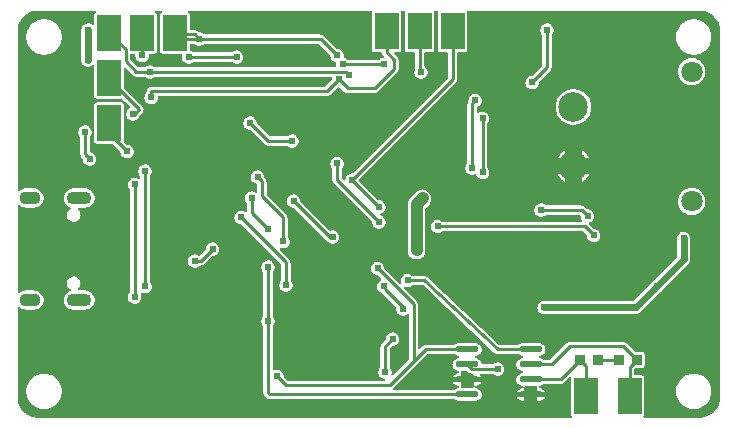
<source format=gbl>
G04 Layer: BottomLayer*
G04 EasyEDA v6.5.47, 2024-10-31 16:23:14*
G04 d01961b007cd42f0ad862483726119fd,f99730456eb041dfa0a19156df6b2b6d,10*
G04 Gerber Generator version 0.2*
G04 Scale: 100 percent, Rotated: No, Reflected: No *
G04 Dimensions in millimeters *
G04 leading zeros omitted , absolute positions ,4 integer and 5 decimal *
%FSLAX45Y45*%
%MOMM*%

%AMMACRO1*21,1,$1,$2,0,0,$3*%
%ADD10C,0.2540*%
%ADD11C,0.6000*%
%ADD12C,1.0000*%
%ADD13MACRO1,0.864X0.8065X-90.0000*%
%ADD14MACRO1,3X2X90.0000*%
%ADD15O,1.950212X0.5684012*%
%ADD16C,2.5000*%
%ADD17C,1.8000*%
%ADD18O,2.0999958X1.0999978000000001*%
%ADD19O,1.7999964X1.0999978000000001*%
%ADD20C,0.6200*%
%ADD21C,0.0195*%

%LPD*%
G36*
X2827121Y-443992D02*
G01*
X2823159Y-443179D01*
X2811119Y-434187D01*
X2802483Y-429818D01*
X2793644Y-427126D01*
X2790596Y-425551D01*
X2788208Y-423113D01*
X2786786Y-419963D01*
X2786532Y-416559D01*
X2787396Y-406400D01*
X2786532Y-396798D01*
X2784144Y-387451D01*
X2780131Y-378663D01*
X2774746Y-370687D01*
X2768092Y-363728D01*
X2760319Y-357987D01*
X2751683Y-353618D01*
X2742488Y-350824D01*
X2728823Y-348894D01*
X2725318Y-346608D01*
X2618435Y-239775D01*
X2612237Y-234645D01*
X2605532Y-231089D01*
X2598318Y-228904D01*
X2590292Y-228092D01*
X1607921Y-228092D01*
X1603959Y-227279D01*
X1591919Y-218287D01*
X1583283Y-213918D01*
X1574088Y-211124D01*
X1560423Y-209194D01*
X1556918Y-206908D01*
X1551635Y-201676D01*
X1545437Y-196545D01*
X1538732Y-192989D01*
X1531518Y-190804D01*
X1523492Y-189992D01*
X1494993Y-189992D01*
X1491081Y-189230D01*
X1487779Y-186994D01*
X1485595Y-183743D01*
X1484833Y-179832D01*
X1484833Y-66446D01*
X1484071Y-60147D01*
X1482191Y-54711D01*
X1479092Y-49784D01*
X1475028Y-45720D01*
X1473403Y-44653D01*
X1470304Y-41656D01*
X1468729Y-37592D01*
X1469034Y-33274D01*
X1471066Y-29464D01*
X1474571Y-26822D01*
X1478788Y-25908D01*
X3018028Y-25908D01*
X3022244Y-26822D01*
X3025698Y-29362D01*
X3027781Y-33121D01*
X3028086Y-37439D01*
X3024428Y-47447D01*
X3023666Y-53746D01*
X3023666Y-352653D01*
X3024428Y-358952D01*
X3026308Y-364388D01*
X3029407Y-369316D01*
X3033471Y-373380D01*
X3038398Y-376478D01*
X3043834Y-378409D01*
X3050184Y-379120D01*
X3101644Y-379120D01*
X3105302Y-379780D01*
X3108452Y-381762D01*
X3110738Y-384708D01*
X3113989Y-395732D01*
X3117545Y-402386D01*
X3123488Y-409600D01*
X3125419Y-413258D01*
X3125774Y-417372D01*
X3124403Y-421284D01*
X3121609Y-424332D01*
X3117799Y-426008D01*
X3107537Y-428243D01*
X3098596Y-431800D01*
X3090367Y-436880D01*
X3085185Y-441451D01*
X3082036Y-443331D01*
X3078480Y-443992D01*
G37*

%LPD*%
G36*
X1048918Y-507492D02*
G01*
X1045006Y-506730D01*
X1041704Y-504494D01*
X981405Y-444195D01*
X979169Y-440893D01*
X978408Y-436981D01*
X978408Y-401980D01*
X979169Y-398068D01*
X981405Y-394766D01*
X984656Y-392582D01*
X988568Y-391820D01*
X1012698Y-391820D01*
X1016558Y-392582D01*
X1019860Y-394766D01*
X1022045Y-398068D01*
X1022858Y-401980D01*
X1022858Y-411226D01*
X1024483Y-420725D01*
X1027684Y-429818D01*
X1032357Y-438251D01*
X1038453Y-445770D01*
X1045667Y-452120D01*
X1053896Y-457200D01*
X1062837Y-460756D01*
X1072286Y-462788D01*
X1081938Y-463245D01*
X1091488Y-461975D01*
X1100683Y-459181D01*
X1109319Y-454812D01*
X1117092Y-449072D01*
X1123746Y-442112D01*
X1129131Y-434136D01*
X1133144Y-425348D01*
X1135532Y-416001D01*
X1136396Y-406400D01*
X1136091Y-402844D01*
X1136599Y-398678D01*
X1138732Y-395071D01*
X1142085Y-392684D01*
X1146200Y-391820D01*
X1178915Y-391820D01*
X1185265Y-391109D01*
X1190701Y-389178D01*
X1195628Y-386080D01*
X1199692Y-382016D01*
X1202791Y-377088D01*
X1204671Y-371652D01*
X1205433Y-365353D01*
X1205433Y-66446D01*
X1204671Y-60147D01*
X1202791Y-54711D01*
X1199692Y-49784D01*
X1195628Y-45720D01*
X1194003Y-44653D01*
X1190904Y-41656D01*
X1189329Y-37592D01*
X1189634Y-33274D01*
X1191666Y-29464D01*
X1195171Y-26822D01*
X1199388Y-25908D01*
X1239012Y-25908D01*
X1243228Y-26822D01*
X1246733Y-29464D01*
X1248765Y-33274D01*
X1249070Y-37592D01*
X1247495Y-41656D01*
X1244396Y-44653D01*
X1242771Y-45720D01*
X1238707Y-49784D01*
X1235608Y-54711D01*
X1233728Y-60147D01*
X1233017Y-66446D01*
X1233017Y-365353D01*
X1233728Y-371652D01*
X1235608Y-377088D01*
X1238707Y-382016D01*
X1242771Y-386080D01*
X1247698Y-389178D01*
X1253134Y-391109D01*
X1259484Y-391820D01*
X1408379Y-391820D01*
X1412646Y-392734D01*
X1416151Y-395427D01*
X1418183Y-399338D01*
X1418386Y-403707D01*
X1416558Y-414274D01*
X1416558Y-423926D01*
X1418183Y-433425D01*
X1421384Y-442518D01*
X1426057Y-450951D01*
X1432153Y-458470D01*
X1439367Y-464820D01*
X1447596Y-469900D01*
X1456537Y-473456D01*
X1465986Y-475488D01*
X1475638Y-475945D01*
X1485188Y-474675D01*
X1494383Y-471881D01*
X1503019Y-467512D01*
X1515059Y-458520D01*
X1519021Y-457708D01*
X1833880Y-457708D01*
X1837436Y-458368D01*
X1840585Y-460248D01*
X1845767Y-464820D01*
X1853996Y-469900D01*
X1862937Y-473456D01*
X1872386Y-475488D01*
X1882038Y-475945D01*
X1891588Y-474675D01*
X1900783Y-471881D01*
X1909419Y-467512D01*
X1917192Y-461772D01*
X1923846Y-454812D01*
X1929231Y-446836D01*
X1933244Y-438048D01*
X1935632Y-428701D01*
X1936496Y-419100D01*
X1935632Y-409498D01*
X1933244Y-400151D01*
X1929231Y-391363D01*
X1923846Y-383387D01*
X1917192Y-376428D01*
X1909419Y-370687D01*
X1900783Y-366318D01*
X1891588Y-363524D01*
X1882038Y-362254D01*
X1872386Y-362712D01*
X1862937Y-364744D01*
X1853996Y-368300D01*
X1845767Y-373380D01*
X1840585Y-377952D01*
X1837436Y-379831D01*
X1833880Y-380492D01*
X1519021Y-380492D01*
X1515059Y-379679D01*
X1503019Y-370687D01*
X1494383Y-366318D01*
X1491996Y-365607D01*
X1488236Y-363524D01*
X1485696Y-360070D01*
X1484833Y-355854D01*
X1484833Y-315468D01*
X1485595Y-311556D01*
X1487779Y-308305D01*
X1491081Y-306070D01*
X1494993Y-305308D01*
X1516380Y-305308D01*
X1519936Y-305968D01*
X1523085Y-307848D01*
X1528267Y-312420D01*
X1536496Y-317500D01*
X1545437Y-321056D01*
X1554886Y-323088D01*
X1564538Y-323545D01*
X1574088Y-322275D01*
X1583283Y-319481D01*
X1591919Y-315112D01*
X1603959Y-306120D01*
X1607921Y-305308D01*
X2570581Y-305308D01*
X2574493Y-306070D01*
X2577795Y-308305D01*
X2670860Y-401370D01*
X2673045Y-404672D01*
X2673858Y-408533D01*
X2673858Y-411226D01*
X2675483Y-420725D01*
X2678684Y-429818D01*
X2683357Y-438251D01*
X2689453Y-445770D01*
X2696667Y-452120D01*
X2704896Y-457200D01*
X2713837Y-460756D01*
X2717546Y-461568D01*
X2721102Y-463092D01*
X2723794Y-465835D01*
X2725318Y-469392D01*
X2725420Y-473201D01*
X2724658Y-477774D01*
X2724658Y-487426D01*
X2726029Y-495604D01*
X2725826Y-499973D01*
X2723794Y-503885D01*
X2720289Y-506526D01*
X2716022Y-507492D01*
X1188821Y-507492D01*
X1184859Y-506679D01*
X1172819Y-497687D01*
X1164183Y-493318D01*
X1154988Y-490524D01*
X1145438Y-489254D01*
X1135786Y-489712D01*
X1126337Y-491743D01*
X1117396Y-495300D01*
X1109167Y-500380D01*
X1103985Y-504951D01*
X1100836Y-506831D01*
X1097280Y-507492D01*
G37*

%LPD*%
G36*
X200863Y-3474110D02*
G01*
X182422Y-3473145D01*
X165557Y-3470605D01*
X148996Y-3466388D01*
X132943Y-3460597D01*
X117500Y-3453231D01*
X102870Y-3444443D01*
X89204Y-3434232D01*
X76606Y-3422700D01*
X65125Y-3410000D01*
X55016Y-3396284D01*
X46278Y-3381603D01*
X39014Y-3366109D01*
X33324Y-3350056D01*
X29209Y-3333445D01*
X26771Y-3316579D01*
X25908Y-3299155D01*
X25908Y-2545232D01*
X26873Y-2540863D01*
X29667Y-2537358D01*
X33629Y-2535377D01*
X38100Y-2535275D01*
X42214Y-2537104D01*
X52273Y-2544724D01*
X62382Y-2550261D01*
X73202Y-2554274D01*
X84480Y-2556764D01*
X96367Y-2557576D01*
X165608Y-2557576D01*
X177495Y-2556764D01*
X188772Y-2554274D01*
X199593Y-2550261D01*
X209702Y-2544724D01*
X218948Y-2537815D01*
X227126Y-2529636D01*
X234035Y-2520391D01*
X239572Y-2510282D01*
X243586Y-2499461D01*
X246075Y-2488184D01*
X246888Y-2476703D01*
X246075Y-2465171D01*
X243586Y-2453894D01*
X239572Y-2443073D01*
X234035Y-2432964D01*
X227126Y-2423718D01*
X218948Y-2415540D01*
X209702Y-2408631D01*
X199593Y-2403094D01*
X188772Y-2399080D01*
X177495Y-2396642D01*
X165608Y-2395778D01*
X96367Y-2395778D01*
X84480Y-2396642D01*
X73202Y-2399080D01*
X62382Y-2403094D01*
X52273Y-2408631D01*
X42214Y-2416251D01*
X38100Y-2418080D01*
X33629Y-2418029D01*
X29667Y-2416048D01*
X26873Y-2412492D01*
X25908Y-2408174D01*
X25908Y-1681225D01*
X26873Y-1676857D01*
X29667Y-1673352D01*
X33629Y-1671370D01*
X38100Y-1671269D01*
X42214Y-1673098D01*
X52273Y-1680768D01*
X62382Y-1686255D01*
X73202Y-1690319D01*
X84480Y-1692757D01*
X96367Y-1693621D01*
X165608Y-1693621D01*
X177495Y-1692757D01*
X188772Y-1690319D01*
X199593Y-1686255D01*
X209702Y-1680718D01*
X218948Y-1673809D01*
X227126Y-1665681D01*
X234035Y-1656435D01*
X239572Y-1646275D01*
X243586Y-1635455D01*
X246075Y-1624177D01*
X246888Y-1612696D01*
X246075Y-1601165D01*
X243586Y-1589887D01*
X239572Y-1579067D01*
X234035Y-1568958D01*
X227126Y-1559712D01*
X218948Y-1551584D01*
X209702Y-1544624D01*
X199593Y-1539138D01*
X188772Y-1535074D01*
X177495Y-1532636D01*
X165608Y-1531772D01*
X96367Y-1531772D01*
X84480Y-1532636D01*
X73202Y-1535074D01*
X62382Y-1539138D01*
X52273Y-1544624D01*
X42214Y-1552244D01*
X38100Y-1554124D01*
X33629Y-1554022D01*
X29667Y-1552041D01*
X26873Y-1548536D01*
X25908Y-1544167D01*
X25908Y-200863D01*
X26873Y-182422D01*
X29413Y-165557D01*
X33578Y-148996D01*
X39420Y-132943D01*
X46736Y-117500D01*
X55575Y-102870D01*
X65786Y-89204D01*
X77266Y-76606D01*
X89966Y-65125D01*
X103733Y-55016D01*
X118414Y-46278D01*
X133858Y-39014D01*
X149961Y-33324D01*
X166522Y-29209D01*
X183438Y-26771D01*
X200863Y-25908D01*
X680212Y-25908D01*
X684428Y-26822D01*
X687933Y-29464D01*
X689965Y-33274D01*
X690270Y-37592D01*
X688695Y-41656D01*
X685596Y-44653D01*
X683971Y-45720D01*
X679907Y-49784D01*
X676808Y-54711D01*
X674928Y-60147D01*
X674217Y-66446D01*
X674217Y-138226D01*
X673201Y-142595D01*
X670458Y-146100D01*
X666496Y-148082D01*
X662076Y-148234D01*
X658012Y-146405D01*
X652119Y-142087D01*
X643483Y-137718D01*
X634288Y-134924D01*
X624738Y-133654D01*
X615086Y-134112D01*
X605637Y-136144D01*
X596696Y-139700D01*
X588467Y-144780D01*
X581253Y-151130D01*
X575157Y-158648D01*
X570484Y-167081D01*
X567283Y-176174D01*
X565658Y-185674D01*
X565658Y-195326D01*
X566369Y-200609D01*
X566369Y-434390D01*
X565658Y-439674D01*
X565658Y-449326D01*
X567283Y-458825D01*
X570484Y-467918D01*
X575157Y-476351D01*
X581253Y-483870D01*
X588467Y-490220D01*
X596696Y-495300D01*
X605637Y-498856D01*
X615086Y-500888D01*
X624738Y-501345D01*
X634288Y-500075D01*
X643483Y-497281D01*
X652119Y-492912D01*
X658012Y-488594D01*
X662076Y-486765D01*
X666496Y-486918D01*
X670458Y-488899D01*
X673201Y-492404D01*
X674217Y-496773D01*
X674217Y-746353D01*
X674928Y-752652D01*
X676808Y-758088D01*
X679907Y-763016D01*
X683971Y-767080D01*
X688898Y-770178D01*
X694334Y-772109D01*
X700684Y-772820D01*
X899515Y-772820D01*
X902919Y-772414D01*
X905967Y-772515D01*
X908812Y-773531D01*
X911250Y-775360D01*
X926134Y-790244D01*
X928420Y-793750D01*
X929081Y-797915D01*
X928725Y-799287D01*
X930097Y-798931D01*
X934262Y-799592D01*
X937768Y-801878D01*
X974242Y-838352D01*
X976325Y-841349D01*
X977188Y-844905D01*
X976782Y-848512D01*
X975106Y-851763D01*
X972413Y-854202D01*
X969467Y-855980D01*
X962253Y-862330D01*
X956157Y-869848D01*
X951484Y-878281D01*
X948283Y-887374D01*
X946658Y-896874D01*
X946658Y-906526D01*
X948283Y-916025D01*
X951484Y-925118D01*
X956157Y-933551D01*
X962253Y-941069D01*
X969467Y-947419D01*
X977696Y-952500D01*
X986637Y-956056D01*
X996086Y-958087D01*
X1005738Y-958545D01*
X1015288Y-957275D01*
X1024483Y-954481D01*
X1033119Y-950112D01*
X1040892Y-944371D01*
X1047546Y-937412D01*
X1052931Y-929436D01*
X1056944Y-920648D01*
X1058062Y-916178D01*
X1059078Y-913688D01*
X1060754Y-911555D01*
X1081024Y-891235D01*
X1086154Y-885037D01*
X1089710Y-878332D01*
X1091895Y-871118D01*
X1092657Y-863600D01*
X1091895Y-856081D01*
X1089710Y-848868D01*
X1086154Y-842162D01*
X1081024Y-835964D01*
X928979Y-683869D01*
X926795Y-680567D01*
X926033Y-676706D01*
X926033Y-522528D01*
X926795Y-518668D01*
X928979Y-515366D01*
X932281Y-513130D01*
X936193Y-512368D01*
X940053Y-513130D01*
X943356Y-515366D01*
X1001064Y-573024D01*
X1007262Y-578154D01*
X1013968Y-581710D01*
X1021181Y-583895D01*
X1029208Y-584708D01*
X1097280Y-584708D01*
X1100836Y-585368D01*
X1103985Y-587248D01*
X1109167Y-591820D01*
X1117396Y-596900D01*
X1126337Y-600456D01*
X1135786Y-602488D01*
X1145438Y-602945D01*
X1154988Y-601675D01*
X1164183Y-598881D01*
X1172819Y-594512D01*
X1184859Y-585520D01*
X1188821Y-584708D01*
X2677922Y-584708D01*
X2682189Y-585673D01*
X2685694Y-588314D01*
X2687726Y-592226D01*
X2687929Y-596595D01*
X2686558Y-604774D01*
X2686558Y-607466D01*
X2685745Y-611327D01*
X2683560Y-614629D01*
X2628595Y-669594D01*
X2625293Y-671830D01*
X2621381Y-672592D01*
X1156208Y-672592D01*
X1148181Y-673404D01*
X1140968Y-675589D01*
X1134262Y-679145D01*
X1128420Y-683920D01*
X1123645Y-689762D01*
X1120089Y-696468D01*
X1117904Y-703681D01*
X1117092Y-711708D01*
X1117092Y-716026D01*
X1116533Y-719429D01*
X1114856Y-722426D01*
X1108557Y-730148D01*
X1103884Y-738581D01*
X1100683Y-747674D01*
X1099058Y-757174D01*
X1099058Y-766826D01*
X1100683Y-776325D01*
X1103884Y-785418D01*
X1108557Y-793851D01*
X1114653Y-801370D01*
X1121867Y-807720D01*
X1130096Y-812800D01*
X1139037Y-816356D01*
X1148486Y-818388D01*
X1158138Y-818845D01*
X1167688Y-817575D01*
X1176883Y-814781D01*
X1185519Y-810412D01*
X1193292Y-804672D01*
X1199946Y-797712D01*
X1205331Y-789736D01*
X1209344Y-780948D01*
X1211732Y-771601D01*
X1213002Y-756666D01*
X1215136Y-753110D01*
X1218488Y-750671D01*
X1222603Y-749808D01*
X2641092Y-749808D01*
X2649118Y-748995D01*
X2656332Y-746810D01*
X2663037Y-743254D01*
X2669235Y-738124D01*
X2736037Y-671372D01*
X2739288Y-669188D01*
X2743200Y-668426D01*
X2747111Y-669188D01*
X2750362Y-671372D01*
X2791764Y-712724D01*
X2797962Y-717854D01*
X2804668Y-721410D01*
X2811881Y-723595D01*
X2819908Y-724408D01*
X3047492Y-724408D01*
X3055518Y-723595D01*
X3062732Y-721410D01*
X3069437Y-717854D01*
X3075635Y-712724D01*
X3240024Y-548335D01*
X3245154Y-542137D01*
X3248710Y-535432D01*
X3250895Y-528218D01*
X3251708Y-520192D01*
X3251708Y-445008D01*
X3250895Y-436981D01*
X3248710Y-429768D01*
X3245154Y-423062D01*
X3240024Y-416864D01*
X3219653Y-396443D01*
X3217468Y-393141D01*
X3216656Y-389280D01*
X3217468Y-385368D01*
X3219653Y-382066D01*
X3222955Y-379882D01*
X3226816Y-379120D01*
X3249015Y-379120D01*
X3255365Y-378409D01*
X3260801Y-376478D01*
X3265728Y-373380D01*
X3269792Y-369316D01*
X3272891Y-364388D01*
X3274771Y-358952D01*
X3275533Y-352653D01*
X3275533Y-53746D01*
X3274771Y-47447D01*
X3271113Y-37439D01*
X3271418Y-33121D01*
X3273501Y-29362D01*
X3276955Y-26822D01*
X3281172Y-25908D01*
X3297428Y-25908D01*
X3301644Y-26822D01*
X3305098Y-29362D01*
X3307181Y-33121D01*
X3307486Y-37439D01*
X3303828Y-47447D01*
X3303066Y-53746D01*
X3303066Y-352653D01*
X3303828Y-358952D01*
X3305708Y-364388D01*
X3308807Y-369316D01*
X3312871Y-373380D01*
X3317798Y-376478D01*
X3323234Y-378409D01*
X3329584Y-379120D01*
X3380232Y-379120D01*
X3384143Y-379882D01*
X3387394Y-382066D01*
X3389629Y-385368D01*
X3390392Y-389280D01*
X3390392Y-519480D01*
X3389833Y-522833D01*
X3386683Y-531774D01*
X3385058Y-541274D01*
X3385058Y-550926D01*
X3386683Y-560425D01*
X3389884Y-569518D01*
X3394557Y-577951D01*
X3400653Y-585470D01*
X3407867Y-591820D01*
X3416096Y-596900D01*
X3425037Y-600456D01*
X3434486Y-602488D01*
X3444138Y-602945D01*
X3453688Y-601675D01*
X3462883Y-598881D01*
X3471519Y-594512D01*
X3479292Y-588772D01*
X3485946Y-581812D01*
X3491331Y-573836D01*
X3495344Y-565048D01*
X3497732Y-555701D01*
X3498596Y-546100D01*
X3497732Y-536498D01*
X3495344Y-527151D01*
X3491331Y-518363D01*
X3485946Y-510387D01*
X3479292Y-503428D01*
X3471722Y-497840D01*
X3469538Y-495604D01*
X3468115Y-492759D01*
X3467608Y-489661D01*
X3467608Y-389280D01*
X3468370Y-385368D01*
X3470605Y-382066D01*
X3473856Y-379882D01*
X3477768Y-379120D01*
X3528415Y-379120D01*
X3534765Y-378409D01*
X3540201Y-376478D01*
X3545128Y-373380D01*
X3549192Y-369316D01*
X3552291Y-364388D01*
X3554171Y-358952D01*
X3554933Y-352653D01*
X3554933Y-53746D01*
X3554171Y-47447D01*
X3550513Y-37439D01*
X3550818Y-33121D01*
X3552901Y-29362D01*
X3556355Y-26822D01*
X3560572Y-25908D01*
X3576828Y-25908D01*
X3581044Y-26822D01*
X3584498Y-29362D01*
X3586581Y-33121D01*
X3586886Y-37439D01*
X3583228Y-47447D01*
X3582466Y-53746D01*
X3582466Y-352653D01*
X3583228Y-358952D01*
X3585108Y-364388D01*
X3588207Y-369316D01*
X3592271Y-373380D01*
X3597198Y-376478D01*
X3602634Y-378409D01*
X3608984Y-379120D01*
X3659632Y-379120D01*
X3663543Y-379882D01*
X3666794Y-382066D01*
X3669029Y-385368D01*
X3669792Y-389280D01*
X3669792Y-589381D01*
X3669029Y-593293D01*
X3666794Y-596595D01*
X2862529Y-1400911D01*
X2859430Y-1402994D01*
X2855772Y-1403858D01*
X2850286Y-1404112D01*
X2840837Y-1406144D01*
X2831896Y-1409700D01*
X2823667Y-1414780D01*
X2816453Y-1421130D01*
X2810357Y-1428648D01*
X2805684Y-1437081D01*
X2802483Y-1446174D01*
X2801162Y-1453896D01*
X2799486Y-1457960D01*
X2796235Y-1460957D01*
X2792018Y-1462278D01*
X2787650Y-1461719D01*
X2783941Y-1459331D01*
X2772105Y-1447495D01*
X2769870Y-1444193D01*
X2769108Y-1440281D01*
X2769108Y-1366520D01*
X2769819Y-1362710D01*
X2771952Y-1359458D01*
X2774746Y-1356512D01*
X2780131Y-1348536D01*
X2784144Y-1339748D01*
X2786532Y-1330401D01*
X2787396Y-1320800D01*
X2786532Y-1311198D01*
X2784144Y-1301851D01*
X2780131Y-1293063D01*
X2774746Y-1285087D01*
X2768092Y-1278128D01*
X2760319Y-1272387D01*
X2751683Y-1268018D01*
X2742488Y-1265224D01*
X2732938Y-1263954D01*
X2723286Y-1264412D01*
X2713837Y-1266444D01*
X2704896Y-1270000D01*
X2696667Y-1275080D01*
X2689453Y-1281430D01*
X2683357Y-1288948D01*
X2678684Y-1297381D01*
X2675483Y-1306474D01*
X2673858Y-1315974D01*
X2673858Y-1325626D01*
X2675483Y-1335125D01*
X2678684Y-1344218D01*
X2683357Y-1352651D01*
X2689656Y-1360373D01*
X2691333Y-1363370D01*
X2691892Y-1366774D01*
X2691892Y-1459992D01*
X2692704Y-1468018D01*
X2694889Y-1475232D01*
X2698445Y-1481937D01*
X2703576Y-1488135D01*
X3026460Y-1811070D01*
X3028645Y-1814372D01*
X3029458Y-1818233D01*
X3029458Y-1820925D01*
X3031083Y-1830425D01*
X3034284Y-1839518D01*
X3038957Y-1847951D01*
X3045053Y-1855470D01*
X3052267Y-1861820D01*
X3060496Y-1866900D01*
X3069437Y-1870456D01*
X3078886Y-1872488D01*
X3088538Y-1872945D01*
X3098088Y-1871675D01*
X3107283Y-1868881D01*
X3115919Y-1864512D01*
X3123692Y-1858772D01*
X3130346Y-1851812D01*
X3135731Y-1843836D01*
X3139744Y-1835048D01*
X3142132Y-1825701D01*
X3142996Y-1816100D01*
X3142132Y-1806498D01*
X3139744Y-1797151D01*
X3135731Y-1788363D01*
X3130346Y-1780387D01*
X3123692Y-1773428D01*
X3115919Y-1767687D01*
X3107283Y-1763318D01*
X3103981Y-1762302D01*
X3100273Y-1760220D01*
X3097733Y-1756765D01*
X3096818Y-1752600D01*
X3097733Y-1748434D01*
X3100273Y-1744980D01*
X3103981Y-1742897D01*
X3107283Y-1741881D01*
X3115919Y-1737512D01*
X3123692Y-1731772D01*
X3130346Y-1724812D01*
X3135731Y-1716836D01*
X3139744Y-1708048D01*
X3142132Y-1698701D01*
X3142996Y-1689100D01*
X3142132Y-1679498D01*
X3139744Y-1670151D01*
X3135731Y-1661363D01*
X3130346Y-1653387D01*
X3123692Y-1646428D01*
X3115919Y-1640687D01*
X3107283Y-1636318D01*
X3098088Y-1633524D01*
X3084423Y-1631594D01*
X3080918Y-1629308D01*
X2919272Y-1467662D01*
X2917088Y-1464411D01*
X2916326Y-1460500D01*
X2917088Y-1456588D01*
X2919272Y-1453337D01*
X3735324Y-637235D01*
X3740454Y-631037D01*
X3744010Y-624332D01*
X3746195Y-617118D01*
X3747008Y-609092D01*
X3747008Y-389280D01*
X3747770Y-385368D01*
X3750005Y-382066D01*
X3753256Y-379882D01*
X3757168Y-379120D01*
X3807815Y-379120D01*
X3814165Y-378409D01*
X3819601Y-376478D01*
X3824528Y-373380D01*
X3828592Y-369316D01*
X3831691Y-364388D01*
X3833571Y-358952D01*
X3834333Y-352653D01*
X3834333Y-53746D01*
X3833571Y-47447D01*
X3829913Y-37439D01*
X3830218Y-33121D01*
X3832301Y-29362D01*
X3835755Y-26822D01*
X3839972Y-25908D01*
X5799124Y-25908D01*
X5817565Y-26873D01*
X5834430Y-29413D01*
X5850991Y-33578D01*
X5867044Y-39420D01*
X5882487Y-46736D01*
X5897118Y-55575D01*
X5910783Y-65786D01*
X5923381Y-77266D01*
X5934862Y-89966D01*
X5944971Y-103733D01*
X5953709Y-118414D01*
X5960973Y-133858D01*
X5966663Y-149961D01*
X5970778Y-166522D01*
X5973216Y-183438D01*
X5974080Y-200863D01*
X5974080Y-3299155D01*
X5973114Y-3317544D01*
X5970574Y-3334410D01*
X5966409Y-3350971D01*
X5960567Y-3367074D01*
X5953252Y-3382467D01*
X5944412Y-3397097D01*
X5934202Y-3410762D01*
X5922721Y-3423412D01*
X5910021Y-3434842D01*
X5896254Y-3445001D01*
X5881573Y-3453739D01*
X5866130Y-3460953D01*
X5850026Y-3466693D01*
X5833465Y-3470808D01*
X5816549Y-3473246D01*
X5799124Y-3474110D01*
X5333085Y-3474110D01*
X5329174Y-3473297D01*
X5325872Y-3471113D01*
X5323687Y-3467811D01*
X5322925Y-3463950D01*
X5323687Y-3460038D01*
X5325872Y-3456736D01*
X5327192Y-3455415D01*
X5330291Y-3450488D01*
X5332171Y-3445052D01*
X5332933Y-3438753D01*
X5332933Y-3139846D01*
X5332171Y-3133547D01*
X5330291Y-3128111D01*
X5327192Y-3123184D01*
X5323128Y-3119120D01*
X5318201Y-3116021D01*
X5312765Y-3114090D01*
X5306415Y-3113379D01*
X5255768Y-3113379D01*
X5251856Y-3112617D01*
X5248605Y-3110433D01*
X5246370Y-3107131D01*
X5245608Y-3103219D01*
X5245608Y-3067354D01*
X5246370Y-3063443D01*
X5248605Y-3060141D01*
X5252161Y-3056585D01*
X5255463Y-3054400D01*
X5259324Y-3053588D01*
X5309362Y-3053588D01*
X5315712Y-3052876D01*
X5321147Y-3050997D01*
X5326075Y-3047898D01*
X5330139Y-3043834D01*
X5333238Y-3038906D01*
X5335168Y-3033471D01*
X5335879Y-3027121D01*
X5335879Y-2941878D01*
X5335168Y-2935528D01*
X5333238Y-2930093D01*
X5330139Y-2925165D01*
X5326075Y-2921101D01*
X5321147Y-2918002D01*
X5315712Y-2916123D01*
X5309362Y-2915412D01*
X5259324Y-2915412D01*
X5255463Y-2914599D01*
X5252161Y-2912414D01*
X5182971Y-2843276D01*
X5176774Y-2838145D01*
X5170068Y-2834589D01*
X5162854Y-2832404D01*
X5154828Y-2831592D01*
X4699508Y-2831592D01*
X4691481Y-2832404D01*
X4684268Y-2834589D01*
X4677562Y-2838145D01*
X4671364Y-2843276D01*
X4533595Y-2980994D01*
X4530293Y-2983230D01*
X4526381Y-2983992D01*
X4483760Y-2983992D01*
X4479899Y-2983230D01*
X4468825Y-2975559D01*
X4460290Y-2971596D01*
X4450283Y-2968904D01*
X4446422Y-2966872D01*
X4443730Y-2963418D01*
X4442764Y-2959100D01*
X4443730Y-2954782D01*
X4446422Y-2951327D01*
X4450283Y-2949295D01*
X4460290Y-2946603D01*
X4468825Y-2942640D01*
X4476597Y-2937205D01*
X4483303Y-2930499D01*
X4488738Y-2922727D01*
X4492701Y-2914192D01*
X4495190Y-2905048D01*
X4496003Y-2895600D01*
X4495190Y-2886151D01*
X4492701Y-2877007D01*
X4488738Y-2868472D01*
X4483303Y-2860700D01*
X4476597Y-2853994D01*
X4468825Y-2848559D01*
X4460290Y-2844596D01*
X4451146Y-2842158D01*
X4441240Y-2841294D01*
X4303979Y-2841294D01*
X4294073Y-2842158D01*
X4284929Y-2844596D01*
X4276394Y-2848559D01*
X4265320Y-2856230D01*
X4261459Y-2856992D01*
X4108704Y-2856992D01*
X4104944Y-2856280D01*
X4101744Y-2854248D01*
X3493820Y-2283561D01*
X3488588Y-2279396D01*
X3481832Y-2275789D01*
X3474618Y-2273604D01*
X3466592Y-2272792D01*
X3373221Y-2272792D01*
X3369259Y-2271979D01*
X3357219Y-2262987D01*
X3348583Y-2258618D01*
X3339388Y-2255824D01*
X3329838Y-2254554D01*
X3320186Y-2255012D01*
X3310737Y-2257044D01*
X3301796Y-2260600D01*
X3293567Y-2265680D01*
X3286353Y-2272030D01*
X3280257Y-2279548D01*
X3275584Y-2287981D01*
X3272383Y-2297074D01*
X3270758Y-2306574D01*
X3270758Y-2316226D01*
X3272383Y-2325725D01*
X3272942Y-2327452D01*
X3273552Y-2331262D01*
X3272637Y-2335072D01*
X3270351Y-2338222D01*
X3267049Y-2340305D01*
X3263239Y-2340965D01*
X3259429Y-2340152D01*
X3256178Y-2338019D01*
X3133090Y-2214930D01*
X3131058Y-2211984D01*
X3130143Y-2208580D01*
X3129432Y-2200198D01*
X3127044Y-2190851D01*
X3123031Y-2182063D01*
X3117646Y-2174087D01*
X3110992Y-2167128D01*
X3103219Y-2161387D01*
X3094583Y-2157018D01*
X3085388Y-2154224D01*
X3075838Y-2152954D01*
X3066186Y-2153412D01*
X3056737Y-2155444D01*
X3047796Y-2159000D01*
X3039567Y-2164080D01*
X3032353Y-2170430D01*
X3026257Y-2177948D01*
X3021584Y-2186381D01*
X3018383Y-2195474D01*
X3016758Y-2204974D01*
X3016758Y-2214626D01*
X3018383Y-2224125D01*
X3021584Y-2233218D01*
X3026257Y-2241651D01*
X3032353Y-2249170D01*
X3039567Y-2255520D01*
X3047796Y-2260600D01*
X3056737Y-2264156D01*
X3066186Y-2266188D01*
X3071672Y-2266442D01*
X3075330Y-2267305D01*
X3078429Y-2269388D01*
X3103270Y-2294280D01*
X3105505Y-2297582D01*
X3106267Y-2301494D01*
X3105454Y-2305405D01*
X3103219Y-2308707D01*
X3090367Y-2316480D01*
X3083153Y-2322830D01*
X3077057Y-2330348D01*
X3072384Y-2338781D01*
X3069183Y-2347874D01*
X3067558Y-2357374D01*
X3067558Y-2367026D01*
X3069183Y-2376525D01*
X3072384Y-2385618D01*
X3077057Y-2394051D01*
X3083153Y-2401570D01*
X3090367Y-2407920D01*
X3098596Y-2413000D01*
X3107537Y-2416556D01*
X3112109Y-2417978D01*
X3114446Y-2419705D01*
X3230372Y-2535682D01*
X3232251Y-2538272D01*
X3233216Y-2541371D01*
X3233216Y-2544572D01*
X3232658Y-2547874D01*
X3232658Y-2557526D01*
X3234283Y-2567025D01*
X3237484Y-2576118D01*
X3242157Y-2584551D01*
X3248253Y-2592070D01*
X3255467Y-2598420D01*
X3263696Y-2603500D01*
X3272637Y-2607056D01*
X3282086Y-2609088D01*
X3291738Y-2609545D01*
X3301288Y-2608275D01*
X3310483Y-2605481D01*
X3319119Y-2601112D01*
X3323386Y-2597962D01*
X3327450Y-2596184D01*
X3331921Y-2596286D01*
X3335883Y-2598267D01*
X3338626Y-2601772D01*
X3339592Y-2606141D01*
X3339592Y-2976981D01*
X3338829Y-2980893D01*
X3336594Y-2984195D01*
X3208070Y-3112719D01*
X3204362Y-3115056D01*
X3200044Y-3115665D01*
X3195828Y-3114344D01*
X3192576Y-3111398D01*
X3190900Y-3107385D01*
X3191052Y-3102965D01*
X3192932Y-3095701D01*
X3193796Y-3086100D01*
X3192932Y-3076498D01*
X3190544Y-3067151D01*
X3186531Y-3058363D01*
X3181146Y-3050387D01*
X3178352Y-3047441D01*
X3176219Y-3044190D01*
X3175508Y-3040380D01*
X3175508Y-2890418D01*
X3176270Y-2886506D01*
X3178505Y-2883204D01*
X3195218Y-2866491D01*
X3198723Y-2864205D01*
X3212388Y-2862275D01*
X3221583Y-2859481D01*
X3230219Y-2855112D01*
X3237992Y-2849372D01*
X3244646Y-2842412D01*
X3250031Y-2834436D01*
X3254044Y-2825648D01*
X3256432Y-2816301D01*
X3257296Y-2806700D01*
X3256432Y-2797098D01*
X3254044Y-2787751D01*
X3250031Y-2778963D01*
X3244646Y-2770987D01*
X3237992Y-2764028D01*
X3230219Y-2758287D01*
X3221583Y-2753918D01*
X3212388Y-2751124D01*
X3202838Y-2749854D01*
X3193186Y-2750312D01*
X3183737Y-2752344D01*
X3174796Y-2755900D01*
X3166567Y-2760980D01*
X3159353Y-2767330D01*
X3153257Y-2774848D01*
X3148584Y-2783281D01*
X3145383Y-2792374D01*
X3143758Y-2801874D01*
X3143758Y-2804566D01*
X3142945Y-2808427D01*
X3140760Y-2811729D01*
X3109976Y-2842564D01*
X3104845Y-2848762D01*
X3101289Y-2855468D01*
X3099104Y-2862681D01*
X3098292Y-2870708D01*
X3098292Y-3040126D01*
X3097733Y-3043529D01*
X3096056Y-3046526D01*
X3089757Y-3054248D01*
X3085084Y-3062681D01*
X3081883Y-3071774D01*
X3080258Y-3081274D01*
X3080258Y-3090926D01*
X3081883Y-3100425D01*
X3085084Y-3109518D01*
X3089757Y-3117951D01*
X3095853Y-3125470D01*
X3103067Y-3131820D01*
X3111296Y-3136900D01*
X3120237Y-3140456D01*
X3125927Y-3141675D01*
X3129788Y-3143402D01*
X3132582Y-3146552D01*
X3133902Y-3150565D01*
X3133445Y-3154781D01*
X3131312Y-3158439D01*
X3127908Y-3160928D01*
X3123793Y-3161792D01*
X2318918Y-3161792D01*
X2315006Y-3161030D01*
X2311704Y-3158794D01*
X2282190Y-3129330D01*
X2280158Y-3126384D01*
X2279243Y-3122980D01*
X2278532Y-3114598D01*
X2276144Y-3105251D01*
X2272131Y-3096463D01*
X2266746Y-3088487D01*
X2260092Y-3081528D01*
X2252319Y-3075787D01*
X2243683Y-3071418D01*
X2234488Y-3068624D01*
X2224938Y-3067354D01*
X2215286Y-3067812D01*
X2205837Y-3069844D01*
X2198878Y-3072638D01*
X2194966Y-3073349D01*
X2191105Y-3072587D01*
X2187854Y-3070352D01*
X2185670Y-3067050D01*
X2184908Y-3063189D01*
X2184908Y-2700020D01*
X2185619Y-2696210D01*
X2187752Y-2692958D01*
X2190546Y-2690012D01*
X2195931Y-2682036D01*
X2199944Y-2673248D01*
X2202332Y-2663901D01*
X2203196Y-2654300D01*
X2202332Y-2644698D01*
X2199944Y-2635351D01*
X2195931Y-2626563D01*
X2190546Y-2618587D01*
X2187752Y-2615641D01*
X2185619Y-2612390D01*
X2184908Y-2608580D01*
X2184908Y-2242820D01*
X2185619Y-2239010D01*
X2187752Y-2235758D01*
X2190546Y-2232812D01*
X2195931Y-2224836D01*
X2199944Y-2216048D01*
X2202332Y-2206701D01*
X2203196Y-2197100D01*
X2202332Y-2187498D01*
X2199944Y-2178151D01*
X2195931Y-2169363D01*
X2190546Y-2161387D01*
X2183892Y-2154428D01*
X2176119Y-2148687D01*
X2167483Y-2144318D01*
X2158288Y-2141524D01*
X2148738Y-2140254D01*
X2139086Y-2140712D01*
X2129637Y-2142744D01*
X2120696Y-2146300D01*
X2112467Y-2151380D01*
X2105253Y-2157730D01*
X2099157Y-2165248D01*
X2094484Y-2173681D01*
X2091283Y-2182774D01*
X2089657Y-2192274D01*
X2089657Y-2201926D01*
X2091283Y-2211425D01*
X2094484Y-2220518D01*
X2099157Y-2228951D01*
X2105456Y-2236673D01*
X2107133Y-2239670D01*
X2107692Y-2243074D01*
X2107692Y-2608326D01*
X2107133Y-2611729D01*
X2105456Y-2614726D01*
X2099157Y-2622448D01*
X2094484Y-2630881D01*
X2091283Y-2639974D01*
X2089657Y-2649474D01*
X2089657Y-2659126D01*
X2091283Y-2668625D01*
X2094484Y-2677718D01*
X2099157Y-2686151D01*
X2105456Y-2693873D01*
X2107133Y-2696870D01*
X2107692Y-2700274D01*
X2107692Y-3263392D01*
X2108504Y-3271418D01*
X2110689Y-3278632D01*
X2114245Y-3285337D01*
X2119376Y-3291535D01*
X2131364Y-3303524D01*
X2137562Y-3308654D01*
X2144268Y-3312210D01*
X2151481Y-3314395D01*
X2159508Y-3315208D01*
X3720439Y-3315208D01*
X3724300Y-3315970D01*
X3735374Y-3323640D01*
X3743909Y-3327603D01*
X3753053Y-3330041D01*
X3762959Y-3330905D01*
X3900220Y-3330905D01*
X3910126Y-3330041D01*
X3919270Y-3327603D01*
X3927805Y-3323640D01*
X3935577Y-3318205D01*
X3942283Y-3311499D01*
X3947718Y-3303727D01*
X3951681Y-3295192D01*
X3954170Y-3286048D01*
X3954983Y-3276600D01*
X3954170Y-3267151D01*
X3951681Y-3258007D01*
X3947718Y-3249472D01*
X3942283Y-3241700D01*
X3935577Y-3234994D01*
X3927805Y-3229559D01*
X3919270Y-3225596D01*
X3909263Y-3222904D01*
X3905402Y-3220872D01*
X3902710Y-3217418D01*
X3901744Y-3213100D01*
X3902710Y-3208782D01*
X3905402Y-3205327D01*
X3909263Y-3203295D01*
X3919270Y-3200603D01*
X3927805Y-3196640D01*
X3935577Y-3191205D01*
X3942283Y-3184499D01*
X3947718Y-3176727D01*
X3950766Y-3170174D01*
X3886708Y-3170174D01*
X3886708Y-3212134D01*
X3885946Y-3215995D01*
X3883710Y-3219297D01*
X3880408Y-3221482D01*
X3876548Y-3222294D01*
X3786632Y-3222294D01*
X3782771Y-3221482D01*
X3779469Y-3219297D01*
X3777234Y-3215995D01*
X3776472Y-3212134D01*
X3776472Y-3170174D01*
X3712413Y-3170174D01*
X3715461Y-3176727D01*
X3720896Y-3184499D01*
X3727602Y-3191205D01*
X3735374Y-3196640D01*
X3743909Y-3200603D01*
X3753916Y-3203295D01*
X3757777Y-3205327D01*
X3760470Y-3208782D01*
X3761435Y-3213100D01*
X3760470Y-3217418D01*
X3757777Y-3220872D01*
X3753916Y-3222904D01*
X3743909Y-3225596D01*
X3735374Y-3229559D01*
X3724300Y-3237230D01*
X3720439Y-3237992D01*
X3216554Y-3237992D01*
X3212642Y-3237230D01*
X3209340Y-3234994D01*
X3207156Y-3231743D01*
X3206394Y-3227832D01*
X3207156Y-3223920D01*
X3209340Y-3220669D01*
X3492804Y-2937205D01*
X3496106Y-2934970D01*
X3500018Y-2934208D01*
X3720439Y-2934208D01*
X3724300Y-2934970D01*
X3735374Y-2942640D01*
X3743909Y-2946603D01*
X3753916Y-2949295D01*
X3757777Y-2951327D01*
X3760470Y-2954782D01*
X3761435Y-2959100D01*
X3760470Y-2963418D01*
X3757777Y-2966872D01*
X3753916Y-2968904D01*
X3743909Y-2971596D01*
X3735374Y-2975559D01*
X3727602Y-2980994D01*
X3720896Y-2987700D01*
X3715461Y-2995472D01*
X3711498Y-3004007D01*
X3709009Y-3013151D01*
X3708196Y-3022600D01*
X3709009Y-3032048D01*
X3711498Y-3041192D01*
X3715461Y-3049727D01*
X3720896Y-3057499D01*
X3727602Y-3064205D01*
X3735374Y-3069640D01*
X3743909Y-3073603D01*
X3753916Y-3076295D01*
X3757777Y-3078327D01*
X3760470Y-3081782D01*
X3761435Y-3086100D01*
X3760470Y-3090418D01*
X3757777Y-3093872D01*
X3753916Y-3095904D01*
X3743909Y-3098596D01*
X3735374Y-3102559D01*
X3727602Y-3107994D01*
X3720896Y-3114700D01*
X3715461Y-3122472D01*
X3712413Y-3129026D01*
X3776472Y-3129026D01*
X3776472Y-3087065D01*
X3777234Y-3083204D01*
X3779469Y-3079902D01*
X3782771Y-3077718D01*
X3786632Y-3076905D01*
X3827119Y-3076905D01*
X3830980Y-3077718D01*
X3834282Y-3079902D01*
X3842054Y-3087624D01*
X3848252Y-3092754D01*
X3854958Y-3096310D01*
X3862171Y-3098495D01*
X3870198Y-3099308D01*
X3876548Y-3099308D01*
X3880408Y-3100070D01*
X3883710Y-3102305D01*
X3885946Y-3105556D01*
X3886708Y-3109468D01*
X3886708Y-3129026D01*
X3950766Y-3129026D01*
X3947718Y-3122472D01*
X3942689Y-3115310D01*
X3941013Y-3111246D01*
X3941216Y-3106826D01*
X3943197Y-3102914D01*
X3946702Y-3100273D01*
X3951020Y-3099308D01*
X4043679Y-3099308D01*
X4047236Y-3099968D01*
X4050385Y-3101848D01*
X4055567Y-3106420D01*
X4063796Y-3111500D01*
X4072737Y-3115056D01*
X4082186Y-3117088D01*
X4091838Y-3117545D01*
X4101388Y-3116275D01*
X4110583Y-3113481D01*
X4119219Y-3109112D01*
X4126992Y-3103372D01*
X4133646Y-3096412D01*
X4139031Y-3088436D01*
X4143044Y-3079648D01*
X4145432Y-3070301D01*
X4146296Y-3060700D01*
X4145432Y-3051098D01*
X4143044Y-3041751D01*
X4139031Y-3032963D01*
X4133646Y-3024987D01*
X4126992Y-3018028D01*
X4119219Y-3012287D01*
X4110583Y-3007918D01*
X4101388Y-3005124D01*
X4091838Y-3003854D01*
X4082186Y-3004312D01*
X4072737Y-3006344D01*
X4063796Y-3009900D01*
X4055567Y-3014980D01*
X4050385Y-3019552D01*
X4047236Y-3021431D01*
X4043679Y-3022092D01*
X3964228Y-3022092D01*
X3959910Y-3021126D01*
X3956405Y-3018434D01*
X3954424Y-3014472D01*
X3951681Y-3004007D01*
X3947718Y-2995472D01*
X3942283Y-2987700D01*
X3935577Y-2980994D01*
X3927805Y-2975559D01*
X3919270Y-2971596D01*
X3909263Y-2968904D01*
X3905402Y-2966872D01*
X3902710Y-2963418D01*
X3901744Y-2959100D01*
X3902710Y-2954782D01*
X3905402Y-2951327D01*
X3909263Y-2949295D01*
X3919270Y-2946603D01*
X3927805Y-2942640D01*
X3935577Y-2937205D01*
X3942283Y-2930499D01*
X3947718Y-2922727D01*
X3951681Y-2914192D01*
X3954170Y-2905048D01*
X3954983Y-2895600D01*
X3954170Y-2886151D01*
X3951681Y-2877007D01*
X3947718Y-2868472D01*
X3942283Y-2860700D01*
X3935577Y-2853994D01*
X3927805Y-2848559D01*
X3919270Y-2844596D01*
X3910126Y-2842158D01*
X3900220Y-2841294D01*
X3762959Y-2841294D01*
X3753053Y-2842158D01*
X3743909Y-2844596D01*
X3735374Y-2848559D01*
X3724300Y-2856230D01*
X3720439Y-2856992D01*
X3480308Y-2856992D01*
X3472281Y-2857804D01*
X3465068Y-2859989D01*
X3458362Y-2863545D01*
X3452164Y-2868676D01*
X3434130Y-2886659D01*
X3430879Y-2888843D01*
X3426968Y-2889605D01*
X3423056Y-2888843D01*
X3419805Y-2886659D01*
X3417570Y-2883357D01*
X3416808Y-2879445D01*
X3416808Y-2515108D01*
X3415995Y-2507081D01*
X3413810Y-2499868D01*
X3410254Y-2493162D01*
X3405124Y-2486964D01*
X3300984Y-2382824D01*
X3298647Y-2379167D01*
X3298037Y-2374900D01*
X3299256Y-2370785D01*
X3302101Y-2367483D01*
X3306013Y-2365705D01*
X3310331Y-2365705D01*
X3320186Y-2367788D01*
X3329838Y-2368245D01*
X3339388Y-2366975D01*
X3348583Y-2364181D01*
X3357219Y-2359812D01*
X3369259Y-2350820D01*
X3373221Y-2350008D01*
X3447796Y-2350008D01*
X3451555Y-2350719D01*
X3454755Y-2352751D01*
X4062679Y-2923438D01*
X4067911Y-2927604D01*
X4074668Y-2931210D01*
X4081881Y-2933395D01*
X4089908Y-2934208D01*
X4261459Y-2934208D01*
X4265320Y-2934970D01*
X4276394Y-2942640D01*
X4284929Y-2946603D01*
X4294936Y-2949295D01*
X4298797Y-2951327D01*
X4301490Y-2954782D01*
X4302455Y-2959100D01*
X4301490Y-2963418D01*
X4298797Y-2966872D01*
X4294936Y-2968904D01*
X4284929Y-2971596D01*
X4276394Y-2975559D01*
X4268622Y-2980994D01*
X4261916Y-2987700D01*
X4256481Y-2995472D01*
X4252518Y-3004007D01*
X4250080Y-3013151D01*
X4249216Y-3022600D01*
X4250080Y-3032048D01*
X4252518Y-3041192D01*
X4256481Y-3049727D01*
X4261916Y-3057499D01*
X4268622Y-3064205D01*
X4276394Y-3069640D01*
X4284929Y-3073603D01*
X4294936Y-3076295D01*
X4298797Y-3078327D01*
X4301490Y-3081782D01*
X4302455Y-3086100D01*
X4301490Y-3090418D01*
X4298797Y-3093872D01*
X4294936Y-3095904D01*
X4284929Y-3098596D01*
X4276394Y-3102559D01*
X4268622Y-3107994D01*
X4261916Y-3114700D01*
X4256481Y-3122472D01*
X4252518Y-3131007D01*
X4250080Y-3140151D01*
X4249216Y-3149600D01*
X4250080Y-3159048D01*
X4252518Y-3168192D01*
X4256481Y-3176727D01*
X4261916Y-3184499D01*
X4268622Y-3191205D01*
X4276394Y-3196640D01*
X4284929Y-3200603D01*
X4294936Y-3203295D01*
X4298797Y-3205327D01*
X4301490Y-3208782D01*
X4302455Y-3213100D01*
X4301490Y-3217418D01*
X4298797Y-3220872D01*
X4294936Y-3222904D01*
X4284929Y-3225596D01*
X4276394Y-3229559D01*
X4268622Y-3234994D01*
X4261916Y-3241700D01*
X4256481Y-3249472D01*
X4253433Y-3256026D01*
X4317492Y-3256026D01*
X4317492Y-3214065D01*
X4318254Y-3210204D01*
X4320489Y-3206902D01*
X4323791Y-3204718D01*
X4327652Y-3203905D01*
X4417568Y-3203905D01*
X4421428Y-3204718D01*
X4424730Y-3206902D01*
X4426966Y-3210204D01*
X4427728Y-3214065D01*
X4427728Y-3256026D01*
X4491786Y-3256026D01*
X4488738Y-3249472D01*
X4483303Y-3241700D01*
X4476597Y-3234994D01*
X4468825Y-3229559D01*
X4460290Y-3225596D01*
X4450283Y-3222904D01*
X4446422Y-3220872D01*
X4443730Y-3217418D01*
X4442764Y-3213100D01*
X4443730Y-3208782D01*
X4446422Y-3205327D01*
X4450283Y-3203295D01*
X4460290Y-3200603D01*
X4468825Y-3196640D01*
X4479899Y-3188970D01*
X4483760Y-3188208D01*
X4623155Y-3188208D01*
X4631182Y-3187395D01*
X4638395Y-3185210D01*
X4645101Y-3181654D01*
X4651298Y-3176524D01*
X4695444Y-3132429D01*
X4698746Y-3130194D01*
X4702657Y-3129432D01*
X4706518Y-3130194D01*
X4709820Y-3132429D01*
X4712004Y-3135731D01*
X4712817Y-3139592D01*
X4712817Y-3438753D01*
X4713528Y-3445052D01*
X4715408Y-3450488D01*
X4718507Y-3455415D01*
X4719828Y-3456736D01*
X4722012Y-3460038D01*
X4722774Y-3463950D01*
X4722012Y-3467811D01*
X4719828Y-3471113D01*
X4716526Y-3473297D01*
X4712614Y-3474110D01*
G37*

%LPC*%
G36*
X5750001Y-3400907D02*
G01*
X5766917Y-3399942D01*
X5783580Y-3397097D01*
X5799836Y-3392424D01*
X5815482Y-3385972D01*
X5830265Y-3377793D01*
X5844082Y-3367989D01*
X5856681Y-3356711D01*
X5867958Y-3344062D01*
X5877763Y-3330295D01*
X5885942Y-3315462D01*
X5892444Y-3299866D01*
X5897118Y-3283559D01*
X5899962Y-3266897D01*
X5900877Y-3250031D01*
X5899962Y-3233115D01*
X5897118Y-3216452D01*
X5892444Y-3200146D01*
X5885942Y-3184550D01*
X5877763Y-3169716D01*
X5867958Y-3155950D01*
X5856681Y-3143300D01*
X5844082Y-3132023D01*
X5830265Y-3122218D01*
X5815482Y-3114040D01*
X5799836Y-3107588D01*
X5783580Y-3102914D01*
X5766917Y-3100070D01*
X5750001Y-3099104D01*
X5733084Y-3100070D01*
X5716422Y-3102914D01*
X5700166Y-3107588D01*
X5684520Y-3114040D01*
X5669737Y-3122218D01*
X5655919Y-3132023D01*
X5643321Y-3143300D01*
X5632043Y-3155950D01*
X5622239Y-3169716D01*
X5614060Y-3184550D01*
X5607558Y-3200146D01*
X5602884Y-3216452D01*
X5600039Y-3233115D01*
X5599125Y-3250031D01*
X5600039Y-3266897D01*
X5602884Y-3283559D01*
X5607558Y-3299866D01*
X5614060Y-3315462D01*
X5622239Y-3330295D01*
X5632043Y-3344062D01*
X5643321Y-3356711D01*
X5655919Y-3367989D01*
X5669737Y-3377793D01*
X5684520Y-3385972D01*
X5700166Y-3392424D01*
X5716422Y-3397097D01*
X5733084Y-3399942D01*
G37*
G36*
X250037Y-3400907D02*
G01*
X266903Y-3399942D01*
X283565Y-3397097D01*
X299872Y-3392424D01*
X315468Y-3385972D01*
X330301Y-3377793D01*
X344068Y-3367989D01*
X356717Y-3356711D01*
X367995Y-3344062D01*
X377799Y-3330295D01*
X385978Y-3315462D01*
X392430Y-3299866D01*
X397103Y-3283559D01*
X399948Y-3266897D01*
X400913Y-3250031D01*
X399948Y-3233115D01*
X397103Y-3216452D01*
X392430Y-3200146D01*
X385978Y-3184550D01*
X377799Y-3169716D01*
X367995Y-3155950D01*
X356717Y-3143300D01*
X344068Y-3132023D01*
X330301Y-3122218D01*
X315468Y-3114040D01*
X299872Y-3107588D01*
X283565Y-3102914D01*
X266903Y-3100070D01*
X250037Y-3099104D01*
X233121Y-3100070D01*
X216458Y-3102914D01*
X200152Y-3107588D01*
X184556Y-3114040D01*
X169722Y-3122218D01*
X155956Y-3132023D01*
X143306Y-3143300D01*
X132029Y-3155950D01*
X122224Y-3169716D01*
X114046Y-3184550D01*
X107594Y-3200146D01*
X102920Y-3216452D01*
X100076Y-3233115D01*
X99110Y-3250031D01*
X100076Y-3266897D01*
X102920Y-3283559D01*
X107594Y-3299866D01*
X114046Y-3315462D01*
X122224Y-3330295D01*
X132029Y-3344062D01*
X143306Y-3356711D01*
X155956Y-3367989D01*
X169722Y-3377793D01*
X184556Y-3385972D01*
X200152Y-3392424D01*
X216458Y-3397097D01*
X233121Y-3399942D01*
G37*
G36*
X4427728Y-3330905D02*
G01*
X4441240Y-3330905D01*
X4451146Y-3330041D01*
X4460290Y-3327603D01*
X4468825Y-3323640D01*
X4476597Y-3318205D01*
X4483303Y-3311499D01*
X4488738Y-3303727D01*
X4491786Y-3297174D01*
X4427728Y-3297174D01*
G37*
G36*
X4303979Y-3330905D02*
G01*
X4317492Y-3330905D01*
X4317492Y-3297174D01*
X4253433Y-3297174D01*
X4256481Y-3303727D01*
X4261916Y-3311499D01*
X4268622Y-3318205D01*
X4276394Y-3323640D01*
X4284929Y-3327603D01*
X4294073Y-3330041D01*
G37*
G36*
X4485538Y-2596845D02*
G01*
X4493310Y-2595930D01*
X5257596Y-2595930D01*
X5262676Y-2595676D01*
X5267502Y-2595067D01*
X5272278Y-2594000D01*
X5276900Y-2592527D01*
X5281422Y-2590647D01*
X5285740Y-2588412D01*
X5289854Y-2585770D01*
X5293715Y-2582824D01*
X5297474Y-2579370D01*
X5468010Y-2408834D01*
X5473192Y-2404872D01*
X5479846Y-2397912D01*
X5482437Y-2394407D01*
X5703570Y-2173274D01*
X5707024Y-2169515D01*
X5709970Y-2165654D01*
X5712612Y-2161540D01*
X5714847Y-2157222D01*
X5716727Y-2152700D01*
X5718200Y-2148078D01*
X5719267Y-2143302D01*
X5719876Y-2138476D01*
X5720130Y-2133396D01*
X5720130Y-1967280D01*
X5721096Y-1955800D01*
X5720232Y-1946198D01*
X5717844Y-1936851D01*
X5713831Y-1928063D01*
X5708446Y-1920087D01*
X5701792Y-1913128D01*
X5694019Y-1907387D01*
X5685383Y-1903018D01*
X5676188Y-1900224D01*
X5666638Y-1898954D01*
X5656986Y-1899412D01*
X5647537Y-1901443D01*
X5638596Y-1905000D01*
X5630367Y-1910080D01*
X5623153Y-1916430D01*
X5617057Y-1923948D01*
X5612384Y-1932381D01*
X5609183Y-1941474D01*
X5607558Y-1950974D01*
X5607558Y-1960625D01*
X5608269Y-1965909D01*
X5608269Y-2106218D01*
X5607507Y-2110130D01*
X5605322Y-2113432D01*
X5403850Y-2314854D01*
X5394553Y-2322830D01*
X5388508Y-2330196D01*
X5237632Y-2481122D01*
X5234330Y-2483307D01*
X5230418Y-2484069D01*
X4493310Y-2484069D01*
X4485538Y-2483154D01*
X4475886Y-2483612D01*
X4466437Y-2485644D01*
X4457496Y-2489200D01*
X4449267Y-2494280D01*
X4442053Y-2500630D01*
X4435957Y-2508148D01*
X4431284Y-2516581D01*
X4428083Y-2525674D01*
X4426458Y-2535174D01*
X4426458Y-2544826D01*
X4428083Y-2554325D01*
X4431284Y-2563418D01*
X4435957Y-2571851D01*
X4442053Y-2579370D01*
X4449267Y-2585720D01*
X4457496Y-2590800D01*
X4466437Y-2594356D01*
X4475886Y-2596388D01*
G37*
G36*
X499364Y-2557576D02*
G01*
X598627Y-2557576D01*
X610514Y-2556764D01*
X621792Y-2554274D01*
X632561Y-2550261D01*
X642721Y-2544724D01*
X651967Y-2537815D01*
X660095Y-2529636D01*
X667004Y-2520391D01*
X672541Y-2510282D01*
X676605Y-2499461D01*
X679043Y-2488184D01*
X679856Y-2476703D01*
X679043Y-2465171D01*
X676605Y-2453894D01*
X672541Y-2443073D01*
X667004Y-2432964D01*
X660095Y-2423718D01*
X651967Y-2415540D01*
X642721Y-2408631D01*
X632561Y-2403094D01*
X621792Y-2399080D01*
X610514Y-2396642D01*
X598627Y-2395778D01*
X545693Y-2395778D01*
X541629Y-2394915D01*
X538226Y-2392476D01*
X536092Y-2388870D01*
X535584Y-2384704D01*
X536803Y-2380691D01*
X546404Y-2370378D01*
X551992Y-2362149D01*
X556056Y-2353157D01*
X558546Y-2343556D01*
X559409Y-2333701D01*
X558546Y-2323846D01*
X556056Y-2314244D01*
X551992Y-2305253D01*
X546404Y-2297023D01*
X539597Y-2289860D01*
X531622Y-2284018D01*
X522782Y-2279548D01*
X513334Y-2276652D01*
X503478Y-2275382D01*
X493623Y-2275789D01*
X483920Y-2277872D01*
X474726Y-2281580D01*
X466293Y-2286762D01*
X458876Y-2293315D01*
X452678Y-2301036D01*
X447801Y-2309672D01*
X444550Y-2318969D01*
X442874Y-2328773D01*
X442874Y-2338628D01*
X444550Y-2348433D01*
X447801Y-2357729D01*
X452678Y-2366365D01*
X458876Y-2374087D01*
X466293Y-2380640D01*
X470966Y-2383536D01*
X474218Y-2386685D01*
X475742Y-2390902D01*
X475284Y-2395372D01*
X472998Y-2399233D01*
X469239Y-2401671D01*
X465378Y-2403094D01*
X455269Y-2408631D01*
X446024Y-2415540D01*
X437845Y-2423718D01*
X430936Y-2432964D01*
X425399Y-2443073D01*
X421385Y-2453894D01*
X418947Y-2465171D01*
X418084Y-2476703D01*
X418947Y-2488184D01*
X421385Y-2499461D01*
X425399Y-2510282D01*
X430936Y-2520391D01*
X437845Y-2529636D01*
X446024Y-2537815D01*
X455269Y-2544724D01*
X465378Y-2550261D01*
X476199Y-2554274D01*
X487476Y-2556764D01*
G37*
G36*
X1018438Y-2507945D02*
G01*
X1027988Y-2506675D01*
X1037183Y-2503881D01*
X1045819Y-2499512D01*
X1053592Y-2493772D01*
X1060246Y-2486812D01*
X1065631Y-2478836D01*
X1069644Y-2470048D01*
X1072032Y-2460701D01*
X1072896Y-2451100D01*
X1072032Y-2441498D01*
X1069644Y-2432151D01*
X1067308Y-2427020D01*
X1066393Y-2423109D01*
X1067104Y-2419197D01*
X1069238Y-2415794D01*
X1072489Y-2413508D01*
X1076401Y-2412695D01*
X1080363Y-2413406D01*
X1088237Y-2416556D01*
X1097686Y-2418588D01*
X1107338Y-2419045D01*
X1116888Y-2417775D01*
X1126083Y-2414981D01*
X1134719Y-2410612D01*
X1142492Y-2404872D01*
X1149146Y-2397912D01*
X1154531Y-2389936D01*
X1158544Y-2381148D01*
X1160932Y-2371801D01*
X1161796Y-2362200D01*
X1160932Y-2352598D01*
X1158544Y-2343251D01*
X1154531Y-2334463D01*
X1149146Y-2326487D01*
X1146352Y-2323541D01*
X1144219Y-2320290D01*
X1143508Y-2316480D01*
X1143508Y-1430020D01*
X1144219Y-1426210D01*
X1146352Y-1422958D01*
X1149146Y-1420012D01*
X1154531Y-1412036D01*
X1158544Y-1403248D01*
X1160932Y-1393901D01*
X1161796Y-1384300D01*
X1160932Y-1374698D01*
X1158544Y-1365351D01*
X1154531Y-1356563D01*
X1149146Y-1348587D01*
X1142492Y-1341628D01*
X1134719Y-1335887D01*
X1126083Y-1331518D01*
X1116888Y-1328724D01*
X1107338Y-1327454D01*
X1097686Y-1327912D01*
X1088237Y-1329944D01*
X1079296Y-1333500D01*
X1071067Y-1338580D01*
X1063853Y-1344930D01*
X1057757Y-1352448D01*
X1053084Y-1360881D01*
X1049883Y-1369974D01*
X1048258Y-1379474D01*
X1048258Y-1389126D01*
X1049883Y-1398625D01*
X1053084Y-1407718D01*
X1057757Y-1416151D01*
X1064056Y-1423873D01*
X1065733Y-1426870D01*
X1066292Y-1430274D01*
X1066292Y-1445158D01*
X1065326Y-1449527D01*
X1062583Y-1453032D01*
X1058621Y-1455013D01*
X1054150Y-1455115D01*
X1050086Y-1453337D01*
X1045819Y-1450187D01*
X1037183Y-1445818D01*
X1027988Y-1443024D01*
X1018438Y-1441754D01*
X1008786Y-1442212D01*
X999337Y-1444244D01*
X990396Y-1447800D01*
X982167Y-1452880D01*
X974953Y-1459230D01*
X968857Y-1466748D01*
X964184Y-1475181D01*
X960983Y-1484274D01*
X959358Y-1493774D01*
X959358Y-1503426D01*
X960983Y-1512925D01*
X964184Y-1522018D01*
X968857Y-1530451D01*
X975156Y-1538173D01*
X976833Y-1541170D01*
X977392Y-1544574D01*
X977392Y-2405126D01*
X976833Y-2408529D01*
X975156Y-2411526D01*
X968857Y-2419248D01*
X964184Y-2427681D01*
X960983Y-2436774D01*
X959358Y-2446274D01*
X959358Y-2455926D01*
X960983Y-2465425D01*
X964184Y-2474518D01*
X968857Y-2482951D01*
X974953Y-2490470D01*
X982167Y-2496820D01*
X990396Y-2501900D01*
X999337Y-2505456D01*
X1008786Y-2507488D01*
G37*
G36*
X2301138Y-2406345D02*
G01*
X2310688Y-2405075D01*
X2319883Y-2402281D01*
X2328519Y-2397912D01*
X2336292Y-2392172D01*
X2342946Y-2385212D01*
X2348331Y-2377236D01*
X2352344Y-2368448D01*
X2354732Y-2359101D01*
X2355596Y-2349500D01*
X2354732Y-2339898D01*
X2352344Y-2330551D01*
X2348331Y-2321763D01*
X2342946Y-2313787D01*
X2340152Y-2310841D01*
X2338019Y-2307590D01*
X2337308Y-2303780D01*
X2337308Y-2159508D01*
X2336495Y-2151481D01*
X2334310Y-2144268D01*
X2330754Y-2137562D01*
X2325624Y-2131364D01*
X2246884Y-2052624D01*
X2244547Y-2048967D01*
X2243937Y-2044700D01*
X2245156Y-2040585D01*
X2248001Y-2037283D01*
X2251913Y-2035505D01*
X2256231Y-2035505D01*
X2266086Y-2037588D01*
X2275738Y-2038045D01*
X2285288Y-2036775D01*
X2294483Y-2033981D01*
X2303119Y-2029612D01*
X2310892Y-2023872D01*
X2317546Y-2016912D01*
X2322931Y-2008936D01*
X2326944Y-2000148D01*
X2329332Y-1990801D01*
X2330196Y-1981200D01*
X2329332Y-1971598D01*
X2326944Y-1962251D01*
X2322931Y-1953463D01*
X2317546Y-1945487D01*
X2314752Y-1942541D01*
X2312619Y-1939289D01*
X2311908Y-1935480D01*
X2311908Y-1778507D01*
X2311095Y-1770481D01*
X2308910Y-1763268D01*
X2305354Y-1756562D01*
X2300224Y-1750364D01*
X2137105Y-1587195D01*
X2134870Y-1583893D01*
X2134108Y-1579981D01*
X2134108Y-1473708D01*
X2133295Y-1465681D01*
X2131110Y-1458468D01*
X2127554Y-1451762D01*
X2122424Y-1445564D01*
X2117090Y-1440230D01*
X2115058Y-1437284D01*
X2114143Y-1433880D01*
X2113432Y-1425498D01*
X2111044Y-1416151D01*
X2107031Y-1407363D01*
X2101646Y-1399387D01*
X2094992Y-1392428D01*
X2087219Y-1386687D01*
X2078583Y-1382318D01*
X2069388Y-1379524D01*
X2059838Y-1378254D01*
X2050186Y-1378712D01*
X2040737Y-1380744D01*
X2031796Y-1384300D01*
X2023567Y-1389380D01*
X2016353Y-1395730D01*
X2010257Y-1403248D01*
X2005584Y-1411681D01*
X2002383Y-1420774D01*
X2000757Y-1430274D01*
X2000757Y-1439926D01*
X2002383Y-1449425D01*
X2005584Y-1458518D01*
X2010257Y-1466951D01*
X2016353Y-1474470D01*
X2023567Y-1480820D01*
X2031796Y-1485900D01*
X2040737Y-1489456D01*
X2048865Y-1491234D01*
X2052066Y-1492504D01*
X2054656Y-1494790D01*
X2056333Y-1497787D01*
X2056892Y-1501140D01*
X2056892Y-1559458D01*
X2055926Y-1563827D01*
X2053183Y-1567332D01*
X2049221Y-1569313D01*
X2044750Y-1569415D01*
X2040686Y-1567637D01*
X2036419Y-1564487D01*
X2027783Y-1560118D01*
X2018588Y-1557324D01*
X2009038Y-1556054D01*
X1999386Y-1556512D01*
X1989937Y-1558544D01*
X1980996Y-1562100D01*
X1972767Y-1567180D01*
X1965553Y-1573530D01*
X1959457Y-1581048D01*
X1954784Y-1589481D01*
X1951583Y-1598574D01*
X1949957Y-1608074D01*
X1949957Y-1617726D01*
X1951583Y-1627225D01*
X1954784Y-1636318D01*
X1959457Y-1644751D01*
X1965756Y-1652473D01*
X1967433Y-1655470D01*
X1967992Y-1658874D01*
X1967992Y-1724558D01*
X1967026Y-1728927D01*
X1964283Y-1732432D01*
X1960321Y-1734413D01*
X1955850Y-1734515D01*
X1951786Y-1732737D01*
X1947519Y-1729587D01*
X1938883Y-1725218D01*
X1929688Y-1722424D01*
X1920138Y-1721154D01*
X1910486Y-1721612D01*
X1901037Y-1723643D01*
X1892096Y-1727200D01*
X1883867Y-1732280D01*
X1876653Y-1738630D01*
X1870557Y-1746148D01*
X1865884Y-1754581D01*
X1862683Y-1763674D01*
X1861057Y-1773174D01*
X1861057Y-1782825D01*
X1862683Y-1792325D01*
X1865884Y-1801418D01*
X1870557Y-1809851D01*
X1876653Y-1817370D01*
X1883867Y-1823720D01*
X1892096Y-1828800D01*
X1901037Y-1832356D01*
X1910486Y-1834388D01*
X1915972Y-1834642D01*
X1919630Y-1835505D01*
X1922729Y-1837588D01*
X2257094Y-2172004D01*
X2259330Y-2175306D01*
X2260092Y-2179218D01*
X2260092Y-2303526D01*
X2259533Y-2306929D01*
X2257856Y-2309926D01*
X2251557Y-2317648D01*
X2246884Y-2326081D01*
X2243683Y-2335174D01*
X2242058Y-2344674D01*
X2242058Y-2354326D01*
X2243683Y-2363825D01*
X2246884Y-2372918D01*
X2251557Y-2381351D01*
X2257653Y-2388870D01*
X2264867Y-2395220D01*
X2273096Y-2400300D01*
X2282037Y-2403856D01*
X2291486Y-2405888D01*
G37*
G36*
X1526438Y-2203145D02*
G01*
X1535988Y-2201875D01*
X1545183Y-2199081D01*
X1553819Y-2194712D01*
X1565859Y-2185720D01*
X1569821Y-2184908D01*
X1574292Y-2184908D01*
X1582318Y-2184095D01*
X1589532Y-2181910D01*
X1596237Y-2178354D01*
X1602435Y-2173224D01*
X1671218Y-2104491D01*
X1674723Y-2102205D01*
X1688388Y-2100275D01*
X1697583Y-2097481D01*
X1706219Y-2093112D01*
X1713992Y-2087372D01*
X1720646Y-2080412D01*
X1726031Y-2072436D01*
X1730044Y-2063648D01*
X1732432Y-2054301D01*
X1733296Y-2044700D01*
X1732432Y-2035098D01*
X1730044Y-2025751D01*
X1726031Y-2016963D01*
X1720646Y-2008987D01*
X1713992Y-2002028D01*
X1706219Y-1996287D01*
X1697583Y-1991918D01*
X1688388Y-1989124D01*
X1678838Y-1987854D01*
X1669186Y-1988312D01*
X1659737Y-1990343D01*
X1650796Y-1993900D01*
X1642567Y-1998980D01*
X1635353Y-2005330D01*
X1629257Y-2012848D01*
X1624584Y-2021281D01*
X1621383Y-2030374D01*
X1619758Y-2039874D01*
X1619758Y-2042566D01*
X1618945Y-2046427D01*
X1616760Y-2049729D01*
X1568500Y-2097989D01*
X1565554Y-2100021D01*
X1562100Y-2100935D01*
X1558493Y-2100580D01*
X1553819Y-2097887D01*
X1545183Y-2093518D01*
X1535988Y-2090724D01*
X1526438Y-2089454D01*
X1516786Y-2089912D01*
X1507337Y-2091943D01*
X1498396Y-2095500D01*
X1490167Y-2100580D01*
X1482953Y-2106930D01*
X1476857Y-2114448D01*
X1472184Y-2122881D01*
X1468983Y-2131974D01*
X1467358Y-2141474D01*
X1467358Y-2151126D01*
X1468983Y-2160625D01*
X1472184Y-2169718D01*
X1476857Y-2178151D01*
X1482953Y-2185670D01*
X1490167Y-2192020D01*
X1498396Y-2197100D01*
X1507337Y-2200656D01*
X1516786Y-2202688D01*
G37*
G36*
X3397910Y-2133092D02*
G01*
X3409289Y-2133092D01*
X3420465Y-2131364D01*
X3431336Y-2128012D01*
X3441547Y-2123135D01*
X3450894Y-2116734D01*
X3459226Y-2109012D01*
X3466287Y-2100122D01*
X3471976Y-2090318D01*
X3476091Y-2079752D01*
X3478631Y-2068728D01*
X3479495Y-2057044D01*
X3479495Y-1703222D01*
X3480257Y-1699361D01*
X3482492Y-1696059D01*
X3507790Y-1670710D01*
X3515461Y-1661820D01*
X3521506Y-1652219D01*
X3526028Y-1641856D01*
X3528974Y-1630883D01*
X3530244Y-1619605D01*
X3529787Y-1608277D01*
X3527704Y-1597152D01*
X3523945Y-1586433D01*
X3518662Y-1576425D01*
X3511905Y-1567281D01*
X3503879Y-1559255D01*
X3494786Y-1552549D01*
X3484727Y-1547215D01*
X3474059Y-1543507D01*
X3462883Y-1541373D01*
X3451555Y-1540967D01*
X3440277Y-1542237D01*
X3429355Y-1545183D01*
X3418941Y-1549704D01*
X3409340Y-1555750D01*
X3400450Y-1563370D01*
X3348075Y-1615795D01*
X3342436Y-1622653D01*
X3336391Y-1632305D01*
X3335274Y-1634489D01*
X3331870Y-1642719D01*
X3331108Y-1645056D01*
X3328974Y-1653641D01*
X3328568Y-1656080D01*
X3327755Y-1664919D01*
X3327704Y-2057044D01*
X3328568Y-2068728D01*
X3331108Y-2079752D01*
X3335223Y-2090318D01*
X3340912Y-2100122D01*
X3347974Y-2109012D01*
X3356305Y-2116734D01*
X3365652Y-2123135D01*
X3375863Y-2128012D01*
X3386734Y-2131364D01*
G37*
G36*
X2694838Y-1999945D02*
G01*
X2704388Y-1998675D01*
X2713583Y-1995881D01*
X2722219Y-1991512D01*
X2729992Y-1985772D01*
X2736646Y-1978812D01*
X2742031Y-1970836D01*
X2746044Y-1962048D01*
X2748432Y-1952701D01*
X2749296Y-1943100D01*
X2748432Y-1933498D01*
X2746044Y-1924151D01*
X2742031Y-1915363D01*
X2736646Y-1907387D01*
X2729992Y-1900428D01*
X2722219Y-1894687D01*
X2713583Y-1890318D01*
X2704388Y-1887524D01*
X2694838Y-1886254D01*
X2685186Y-1886712D01*
X2671927Y-1889404D01*
X2668117Y-1888591D01*
X2664917Y-1886407D01*
X2421890Y-1643430D01*
X2419858Y-1640484D01*
X2418943Y-1637080D01*
X2418232Y-1628698D01*
X2415844Y-1619351D01*
X2411831Y-1610563D01*
X2406446Y-1602587D01*
X2399792Y-1595628D01*
X2392019Y-1589887D01*
X2383383Y-1585518D01*
X2374188Y-1582724D01*
X2364638Y-1581454D01*
X2354986Y-1581912D01*
X2345537Y-1583944D01*
X2336596Y-1587500D01*
X2328367Y-1592580D01*
X2321153Y-1598930D01*
X2315057Y-1606448D01*
X2310384Y-1614881D01*
X2307183Y-1623974D01*
X2305558Y-1633474D01*
X2305558Y-1643125D01*
X2307183Y-1652625D01*
X2310384Y-1661718D01*
X2315057Y-1670151D01*
X2321153Y-1677670D01*
X2328367Y-1684020D01*
X2336596Y-1689100D01*
X2345537Y-1692656D01*
X2354986Y-1694688D01*
X2360472Y-1694942D01*
X2364130Y-1695805D01*
X2367229Y-1697888D01*
X2639364Y-1970024D01*
X2644394Y-1974189D01*
X2645867Y-1975662D01*
X2651353Y-1982470D01*
X2658567Y-1988820D01*
X2666796Y-1993900D01*
X2675737Y-1997456D01*
X2685186Y-1999488D01*
G37*
G36*
X4904638Y-1987245D02*
G01*
X4914188Y-1985975D01*
X4923383Y-1983181D01*
X4932019Y-1978812D01*
X4939792Y-1973072D01*
X4946446Y-1966112D01*
X4951831Y-1958136D01*
X4955844Y-1949348D01*
X4958232Y-1940001D01*
X4959096Y-1930400D01*
X4958232Y-1920798D01*
X4955844Y-1911451D01*
X4951831Y-1902663D01*
X4946446Y-1894687D01*
X4939792Y-1887728D01*
X4932019Y-1881987D01*
X4923383Y-1877618D01*
X4914188Y-1874824D01*
X4900523Y-1872894D01*
X4897018Y-1870608D01*
X4863033Y-1836623D01*
X4860747Y-1833118D01*
X4860036Y-1829054D01*
X4861052Y-1824989D01*
X4863592Y-1821738D01*
X4867249Y-1819706D01*
X4872583Y-1818081D01*
X4881219Y-1813712D01*
X4888992Y-1807972D01*
X4895646Y-1801012D01*
X4901031Y-1793036D01*
X4905044Y-1784248D01*
X4907432Y-1774901D01*
X4908296Y-1765300D01*
X4907432Y-1755698D01*
X4905044Y-1746351D01*
X4901031Y-1737563D01*
X4895646Y-1729587D01*
X4888992Y-1722628D01*
X4881219Y-1716887D01*
X4872583Y-1712518D01*
X4863388Y-1709724D01*
X4849723Y-1707794D01*
X4846218Y-1705508D01*
X4828235Y-1687575D01*
X4822037Y-1682445D01*
X4815332Y-1678889D01*
X4808118Y-1676704D01*
X4800092Y-1675892D01*
X4503521Y-1675892D01*
X4499559Y-1675079D01*
X4487519Y-1666087D01*
X4478883Y-1661718D01*
X4469688Y-1658924D01*
X4460138Y-1657654D01*
X4450486Y-1658112D01*
X4441037Y-1660143D01*
X4432096Y-1663700D01*
X4423867Y-1668780D01*
X4416653Y-1675130D01*
X4410557Y-1682648D01*
X4405884Y-1691081D01*
X4402683Y-1700174D01*
X4401058Y-1709674D01*
X4401058Y-1719325D01*
X4402683Y-1728825D01*
X4405884Y-1737918D01*
X4410557Y-1746351D01*
X4416653Y-1753870D01*
X4423867Y-1760220D01*
X4432096Y-1765300D01*
X4441037Y-1768856D01*
X4450486Y-1770888D01*
X4460138Y-1771345D01*
X4469688Y-1770075D01*
X4478883Y-1767281D01*
X4487519Y-1762912D01*
X4499559Y-1753920D01*
X4503521Y-1753107D01*
X4780381Y-1753107D01*
X4784293Y-1753870D01*
X4787595Y-1756105D01*
X4791760Y-1760270D01*
X4793945Y-1763572D01*
X4794758Y-1767433D01*
X4794758Y-1770125D01*
X4796383Y-1779625D01*
X4799584Y-1788718D01*
X4804257Y-1797151D01*
X4805832Y-1799031D01*
X4807610Y-1802384D01*
X4808067Y-1806143D01*
X4807102Y-1809800D01*
X4804816Y-1812848D01*
X4801616Y-1814880D01*
X4797907Y-1815592D01*
X3627221Y-1815592D01*
X3623259Y-1814779D01*
X3611219Y-1805787D01*
X3602583Y-1801418D01*
X3593388Y-1798624D01*
X3583838Y-1797354D01*
X3574186Y-1797812D01*
X3564737Y-1799843D01*
X3555796Y-1803400D01*
X3547567Y-1808480D01*
X3540353Y-1814830D01*
X3534257Y-1822348D01*
X3529584Y-1830781D01*
X3526383Y-1839874D01*
X3524758Y-1849374D01*
X3524758Y-1859025D01*
X3526383Y-1868525D01*
X3529584Y-1877618D01*
X3534257Y-1886051D01*
X3540353Y-1893570D01*
X3547567Y-1899920D01*
X3555796Y-1905000D01*
X3564737Y-1908556D01*
X3574186Y-1910588D01*
X3583838Y-1911045D01*
X3593388Y-1909775D01*
X3602583Y-1906981D01*
X3611219Y-1902612D01*
X3623259Y-1893620D01*
X3627221Y-1892807D01*
X4805781Y-1892807D01*
X4809693Y-1893570D01*
X4812995Y-1895805D01*
X4842560Y-1925370D01*
X4844745Y-1928672D01*
X4845558Y-1932533D01*
X4845558Y-1935225D01*
X4847183Y-1944725D01*
X4850384Y-1953818D01*
X4855057Y-1962251D01*
X4861153Y-1969770D01*
X4868367Y-1976120D01*
X4876596Y-1981200D01*
X4885537Y-1984756D01*
X4894986Y-1986788D01*
G37*
G36*
X503478Y-1814017D02*
G01*
X513334Y-1812747D01*
X522782Y-1809851D01*
X531622Y-1805381D01*
X539597Y-1799539D01*
X546404Y-1792376D01*
X551992Y-1784146D01*
X556056Y-1775155D01*
X558546Y-1765554D01*
X559409Y-1755698D01*
X558546Y-1745843D01*
X556056Y-1736242D01*
X551992Y-1727250D01*
X546404Y-1719021D01*
X536803Y-1708708D01*
X535584Y-1704695D01*
X536041Y-1700530D01*
X538175Y-1696923D01*
X541578Y-1694484D01*
X545693Y-1693621D01*
X598627Y-1693621D01*
X610514Y-1692757D01*
X621792Y-1690319D01*
X632561Y-1686255D01*
X642721Y-1680718D01*
X651967Y-1673809D01*
X660095Y-1665681D01*
X667004Y-1656435D01*
X672541Y-1646275D01*
X676605Y-1635455D01*
X679043Y-1624177D01*
X679856Y-1612696D01*
X679043Y-1601165D01*
X676605Y-1589887D01*
X672541Y-1579067D01*
X667004Y-1568958D01*
X660095Y-1559712D01*
X651967Y-1551584D01*
X642721Y-1544624D01*
X632561Y-1539138D01*
X621792Y-1535074D01*
X610514Y-1532636D01*
X598627Y-1531772D01*
X499364Y-1531772D01*
X487476Y-1532636D01*
X476199Y-1535074D01*
X465378Y-1539138D01*
X455269Y-1544624D01*
X446024Y-1551584D01*
X437845Y-1559712D01*
X430936Y-1568958D01*
X425399Y-1579067D01*
X421385Y-1589887D01*
X418947Y-1601165D01*
X418084Y-1612696D01*
X418947Y-1624177D01*
X421385Y-1635455D01*
X425399Y-1646275D01*
X430936Y-1656435D01*
X437845Y-1665681D01*
X446024Y-1673809D01*
X455269Y-1680718D01*
X465378Y-1686255D01*
X469239Y-1687677D01*
X472998Y-1690166D01*
X475335Y-1694027D01*
X475742Y-1698498D01*
X474218Y-1702714D01*
X471017Y-1705864D01*
X466293Y-1708759D01*
X458876Y-1715312D01*
X452678Y-1723034D01*
X447801Y-1731670D01*
X444550Y-1740966D01*
X442874Y-1750771D01*
X442874Y-1760626D01*
X444550Y-1770430D01*
X447801Y-1779727D01*
X452678Y-1788363D01*
X458876Y-1796084D01*
X466293Y-1802638D01*
X474726Y-1807819D01*
X483920Y-1811528D01*
X493623Y-1813610D01*
G37*
G36*
X5732424Y-1758086D02*
G01*
X5746902Y-1757172D01*
X5761228Y-1754479D01*
X5775045Y-1749958D01*
X5788253Y-1743760D01*
X5800496Y-1735988D01*
X5811723Y-1726692D01*
X5821680Y-1716074D01*
X5830265Y-1704289D01*
X5837275Y-1691538D01*
X5842609Y-1678025D01*
X5846216Y-1663903D01*
X5848045Y-1649475D01*
X5848045Y-1634947D01*
X5846216Y-1620520D01*
X5842609Y-1606397D01*
X5837275Y-1592884D01*
X5830265Y-1580134D01*
X5821680Y-1568348D01*
X5811723Y-1557731D01*
X5800496Y-1548434D01*
X5788253Y-1540662D01*
X5775045Y-1534464D01*
X5761228Y-1529943D01*
X5746902Y-1527251D01*
X5732424Y-1526336D01*
X5717895Y-1527251D01*
X5703570Y-1529943D01*
X5689752Y-1534464D01*
X5676595Y-1540662D01*
X5664301Y-1548434D01*
X5653074Y-1557731D01*
X5643118Y-1568348D01*
X5634532Y-1580134D01*
X5627522Y-1592884D01*
X5622188Y-1606397D01*
X5618581Y-1620520D01*
X5616752Y-1634947D01*
X5616752Y-1649475D01*
X5618581Y-1663903D01*
X5622188Y-1678025D01*
X5627522Y-1691538D01*
X5634532Y-1704289D01*
X5643118Y-1716074D01*
X5653074Y-1726692D01*
X5664301Y-1735988D01*
X5676595Y-1743760D01*
X5689752Y-1749958D01*
X5703570Y-1754479D01*
X5717895Y-1757172D01*
G37*
G36*
X4801260Y-1476298D02*
G01*
X4812690Y-1469999D01*
X4826457Y-1460195D01*
X4839106Y-1448917D01*
X4850384Y-1436268D01*
X4860188Y-1422501D01*
X4866487Y-1411071D01*
X4801260Y-1411071D01*
G37*
G36*
X4663541Y-1476298D02*
G01*
X4663541Y-1411071D01*
X4598314Y-1411071D01*
X4604613Y-1422501D01*
X4614418Y-1436268D01*
X4625695Y-1448917D01*
X4638344Y-1460195D01*
X4652111Y-1469999D01*
G37*
G36*
X3964838Y-1453845D02*
G01*
X3974388Y-1452575D01*
X3983583Y-1449781D01*
X3992219Y-1445412D01*
X3999992Y-1439672D01*
X4006646Y-1432712D01*
X4012031Y-1424736D01*
X4016044Y-1415948D01*
X4018432Y-1406601D01*
X4019296Y-1397000D01*
X4018432Y-1387398D01*
X4016044Y-1378051D01*
X4012031Y-1369263D01*
X4006646Y-1361287D01*
X4003852Y-1358341D01*
X4001719Y-1355090D01*
X4001008Y-1351280D01*
X4001008Y-985519D01*
X4001719Y-981710D01*
X4003852Y-978458D01*
X4006646Y-975512D01*
X4012031Y-967536D01*
X4016044Y-958748D01*
X4018432Y-949401D01*
X4019296Y-939800D01*
X4018432Y-930198D01*
X4016044Y-920851D01*
X4012031Y-912063D01*
X4006646Y-904087D01*
X3999992Y-897128D01*
X3992219Y-891387D01*
X3983583Y-887018D01*
X3974388Y-884224D01*
X3964838Y-882954D01*
X3955186Y-883412D01*
X3945737Y-885444D01*
X3936796Y-889000D01*
X3927652Y-894740D01*
X3923588Y-896162D01*
X3919321Y-895807D01*
X3915562Y-893724D01*
X3913022Y-890269D01*
X3912108Y-886104D01*
X3912108Y-850137D01*
X3913022Y-845972D01*
X3915562Y-842518D01*
X3928719Y-835812D01*
X3936492Y-830071D01*
X3943146Y-823112D01*
X3948531Y-815136D01*
X3952544Y-806348D01*
X3954932Y-797001D01*
X3955796Y-787400D01*
X3954932Y-777798D01*
X3952544Y-768451D01*
X3948531Y-759663D01*
X3943146Y-751687D01*
X3936492Y-744728D01*
X3928719Y-738987D01*
X3920083Y-734618D01*
X3910888Y-731824D01*
X3901338Y-730554D01*
X3891686Y-731012D01*
X3882237Y-733044D01*
X3873296Y-736600D01*
X3865067Y-741680D01*
X3857853Y-748030D01*
X3851757Y-755548D01*
X3847084Y-763981D01*
X3843883Y-773074D01*
X3842258Y-782574D01*
X3842258Y-787349D01*
X3841953Y-789838D01*
X3841038Y-792124D01*
X3837889Y-798068D01*
X3835704Y-805281D01*
X3834892Y-813308D01*
X3834892Y-1312926D01*
X3834333Y-1316329D01*
X3832656Y-1319326D01*
X3826357Y-1327048D01*
X3821684Y-1335481D01*
X3818483Y-1344574D01*
X3816858Y-1354074D01*
X3816858Y-1363726D01*
X3818483Y-1373225D01*
X3821684Y-1382318D01*
X3826357Y-1390751D01*
X3832453Y-1398270D01*
X3839667Y-1404620D01*
X3847896Y-1409700D01*
X3856837Y-1413256D01*
X3866286Y-1415288D01*
X3875938Y-1415745D01*
X3885488Y-1414475D01*
X3895242Y-1411376D01*
X3899408Y-1410309D01*
X3903624Y-1411020D01*
X3907129Y-1413459D01*
X3909415Y-1417066D01*
X3910584Y-1420418D01*
X3915257Y-1428851D01*
X3921353Y-1436370D01*
X3928567Y-1442720D01*
X3936796Y-1447800D01*
X3945737Y-1451356D01*
X3955186Y-1453388D01*
G37*
G36*
X637438Y-1339545D02*
G01*
X646988Y-1338275D01*
X656183Y-1335481D01*
X664819Y-1331112D01*
X672592Y-1325372D01*
X679246Y-1318412D01*
X684631Y-1310436D01*
X688644Y-1301648D01*
X691032Y-1292301D01*
X691896Y-1282700D01*
X691032Y-1273098D01*
X688644Y-1263751D01*
X684631Y-1254963D01*
X679246Y-1246987D01*
X672592Y-1240028D01*
X664819Y-1234287D01*
X656183Y-1229918D01*
X646988Y-1227124D01*
X644398Y-1226769D01*
X640892Y-1225651D01*
X638048Y-1223416D01*
X636168Y-1220266D01*
X635508Y-1216710D01*
X635508Y-1099820D01*
X636219Y-1096010D01*
X638352Y-1092758D01*
X641146Y-1089812D01*
X646531Y-1081836D01*
X650544Y-1073048D01*
X652932Y-1063701D01*
X653796Y-1054100D01*
X652932Y-1044498D01*
X650544Y-1035151D01*
X646531Y-1026363D01*
X641146Y-1018387D01*
X634492Y-1011428D01*
X626719Y-1005687D01*
X618083Y-1001318D01*
X608888Y-998524D01*
X599338Y-997254D01*
X589686Y-997712D01*
X580237Y-999744D01*
X571296Y-1003300D01*
X563067Y-1008380D01*
X555853Y-1014730D01*
X549757Y-1022248D01*
X545084Y-1030681D01*
X541883Y-1039774D01*
X540258Y-1049274D01*
X540258Y-1058926D01*
X541883Y-1068425D01*
X545084Y-1077518D01*
X549757Y-1085951D01*
X556056Y-1093673D01*
X557733Y-1096670D01*
X558292Y-1100074D01*
X558292Y-1244092D01*
X559104Y-1252118D01*
X561289Y-1259332D01*
X564845Y-1266037D01*
X569976Y-1272235D01*
X575360Y-1277670D01*
X577545Y-1280972D01*
X578358Y-1284833D01*
X578358Y-1287526D01*
X579983Y-1297025D01*
X583184Y-1306118D01*
X587857Y-1314551D01*
X593953Y-1322070D01*
X601167Y-1328420D01*
X609396Y-1333500D01*
X618337Y-1337056D01*
X627786Y-1339088D01*
G37*
G36*
X954938Y-1276045D02*
G01*
X964488Y-1274775D01*
X973683Y-1271981D01*
X982319Y-1267612D01*
X990092Y-1261872D01*
X996746Y-1254912D01*
X1002131Y-1246936D01*
X1006144Y-1238148D01*
X1008532Y-1228801D01*
X1009396Y-1219200D01*
X1008532Y-1209598D01*
X1006144Y-1200251D01*
X1002131Y-1191463D01*
X996746Y-1183487D01*
X990092Y-1176528D01*
X982319Y-1170787D01*
X973683Y-1166418D01*
X964488Y-1163624D01*
X950823Y-1161694D01*
X947318Y-1159408D01*
X928369Y-1140460D01*
X926592Y-1138021D01*
X925576Y-1135176D01*
X925474Y-1132179D01*
X926033Y-1127353D01*
X926033Y-828446D01*
X925271Y-822147D01*
X923391Y-816711D01*
X921969Y-814476D01*
X920546Y-810514D01*
X920750Y-807262D01*
X917498Y-807466D01*
X913536Y-805992D01*
X911301Y-804621D01*
X905865Y-802690D01*
X899515Y-801979D01*
X700684Y-801979D01*
X694334Y-802690D01*
X688898Y-804621D01*
X683971Y-807720D01*
X679907Y-811784D01*
X676808Y-816711D01*
X674928Y-822147D01*
X674217Y-828446D01*
X674217Y-1127353D01*
X674928Y-1133652D01*
X676808Y-1139088D01*
X679907Y-1144016D01*
X683971Y-1148080D01*
X688898Y-1151178D01*
X694334Y-1153109D01*
X700684Y-1153820D01*
X828294Y-1153820D01*
X832205Y-1154582D01*
X835507Y-1156766D01*
X892860Y-1214170D01*
X895045Y-1217472D01*
X895858Y-1221333D01*
X895858Y-1224026D01*
X897483Y-1233525D01*
X900684Y-1242618D01*
X905357Y-1251051D01*
X911453Y-1258570D01*
X918667Y-1264920D01*
X926896Y-1270000D01*
X935837Y-1273556D01*
X945286Y-1275588D01*
G37*
G36*
X4801260Y-1273352D02*
G01*
X4866487Y-1273352D01*
X4860188Y-1261922D01*
X4850384Y-1248156D01*
X4839106Y-1235506D01*
X4826457Y-1224229D01*
X4812690Y-1214424D01*
X4801260Y-1208125D01*
G37*
G36*
X4598314Y-1273352D02*
G01*
X4663541Y-1273352D01*
X4663541Y-1208125D01*
X4652111Y-1214424D01*
X4638344Y-1224229D01*
X4625695Y-1235506D01*
X4614418Y-1248156D01*
X4604613Y-1261922D01*
G37*
G36*
X2351938Y-1187145D02*
G01*
X2361488Y-1185875D01*
X2370683Y-1183081D01*
X2379319Y-1178712D01*
X2387092Y-1172972D01*
X2393746Y-1166012D01*
X2399131Y-1158036D01*
X2403144Y-1149248D01*
X2405532Y-1139901D01*
X2406396Y-1130300D01*
X2405532Y-1120698D01*
X2403144Y-1111351D01*
X2399131Y-1102563D01*
X2393746Y-1094587D01*
X2387092Y-1087628D01*
X2379319Y-1081887D01*
X2370683Y-1077518D01*
X2361488Y-1074724D01*
X2351938Y-1073454D01*
X2342286Y-1073912D01*
X2332837Y-1075944D01*
X2323896Y-1079500D01*
X2315667Y-1084580D01*
X2310485Y-1089152D01*
X2307336Y-1091031D01*
X2303780Y-1091692D01*
X2166518Y-1091692D01*
X2162606Y-1090930D01*
X2159304Y-1088694D01*
X2053589Y-983030D01*
X2051557Y-980084D01*
X2050643Y-976680D01*
X2049932Y-968298D01*
X2047544Y-958951D01*
X2043531Y-950163D01*
X2038146Y-942187D01*
X2031492Y-935228D01*
X2023719Y-929487D01*
X2015083Y-925118D01*
X2005888Y-922324D01*
X1996338Y-921054D01*
X1986686Y-921512D01*
X1977237Y-923544D01*
X1968296Y-927100D01*
X1960067Y-932180D01*
X1952853Y-938530D01*
X1946757Y-946048D01*
X1942084Y-954481D01*
X1938883Y-963574D01*
X1937257Y-973074D01*
X1937257Y-982726D01*
X1938883Y-992225D01*
X1942084Y-1001318D01*
X1946757Y-1009751D01*
X1952853Y-1017269D01*
X1960067Y-1023619D01*
X1968296Y-1028700D01*
X1977237Y-1032256D01*
X1986686Y-1034287D01*
X1992172Y-1034542D01*
X1995830Y-1035405D01*
X1998929Y-1037488D01*
X2118664Y-1157224D01*
X2124862Y-1162354D01*
X2131568Y-1165910D01*
X2138781Y-1168095D01*
X2146808Y-1168908D01*
X2303780Y-1168908D01*
X2307336Y-1169568D01*
X2310485Y-1171448D01*
X2315667Y-1176020D01*
X2323896Y-1181100D01*
X2332837Y-1184656D01*
X2342286Y-1186688D01*
G37*
G36*
X4732426Y-993089D02*
G01*
X4749292Y-992174D01*
X4765954Y-989330D01*
X4782261Y-984656D01*
X4797856Y-978153D01*
X4812690Y-969975D01*
X4826457Y-960170D01*
X4839106Y-948893D01*
X4850384Y-936294D01*
X4860188Y-922477D01*
X4868367Y-907694D01*
X4874818Y-892048D01*
X4879492Y-875792D01*
X4882337Y-859129D01*
X4883302Y-842213D01*
X4882337Y-825296D01*
X4879492Y-808634D01*
X4874818Y-792378D01*
X4868367Y-776732D01*
X4860188Y-761949D01*
X4850384Y-748131D01*
X4839106Y-735533D01*
X4826457Y-724255D01*
X4812690Y-714451D01*
X4797856Y-706272D01*
X4782261Y-699770D01*
X4765954Y-695096D01*
X4749292Y-692251D01*
X4732426Y-691337D01*
X4715510Y-692251D01*
X4698847Y-695096D01*
X4682540Y-699770D01*
X4666945Y-706272D01*
X4652111Y-714451D01*
X4638344Y-724255D01*
X4625695Y-735533D01*
X4614418Y-748131D01*
X4604613Y-761949D01*
X4596434Y-776732D01*
X4589983Y-792378D01*
X4585309Y-808634D01*
X4582464Y-825296D01*
X4581499Y-842213D01*
X4582464Y-859129D01*
X4585309Y-875792D01*
X4589983Y-892048D01*
X4596434Y-907694D01*
X4604613Y-922477D01*
X4614418Y-936294D01*
X4625695Y-948893D01*
X4638344Y-960170D01*
X4652111Y-969975D01*
X4666945Y-978153D01*
X4682540Y-984656D01*
X4698847Y-989330D01*
X4715510Y-992174D01*
G37*
G36*
X4383938Y-691845D02*
G01*
X4393488Y-690575D01*
X4402683Y-687781D01*
X4411319Y-683412D01*
X4419092Y-677672D01*
X4425746Y-670712D01*
X4431131Y-662736D01*
X4435144Y-653948D01*
X4437532Y-644601D01*
X4438243Y-636219D01*
X4439158Y-632815D01*
X4441190Y-629869D01*
X4535424Y-535635D01*
X4540554Y-529437D01*
X4544110Y-522732D01*
X4546295Y-515518D01*
X4547108Y-507492D01*
X4547108Y-236220D01*
X4547819Y-232410D01*
X4549952Y-229158D01*
X4552746Y-226212D01*
X4558131Y-218236D01*
X4562144Y-209448D01*
X4564532Y-200101D01*
X4565396Y-190500D01*
X4564532Y-180898D01*
X4562144Y-171551D01*
X4558131Y-162763D01*
X4552746Y-154787D01*
X4546092Y-147828D01*
X4538319Y-142087D01*
X4529683Y-137718D01*
X4520488Y-134924D01*
X4510938Y-133654D01*
X4501286Y-134112D01*
X4491837Y-136144D01*
X4482896Y-139700D01*
X4474667Y-144780D01*
X4467453Y-151130D01*
X4461357Y-158648D01*
X4456684Y-167081D01*
X4453483Y-176174D01*
X4451858Y-185674D01*
X4451858Y-195326D01*
X4453483Y-204825D01*
X4456684Y-213918D01*
X4461357Y-222351D01*
X4467656Y-230073D01*
X4469333Y-233070D01*
X4469892Y-236474D01*
X4469892Y-487781D01*
X4469130Y-491693D01*
X4466894Y-494995D01*
X4386529Y-575411D01*
X4383430Y-577494D01*
X4379772Y-578358D01*
X4374286Y-578612D01*
X4364837Y-580644D01*
X4355896Y-584200D01*
X4347667Y-589280D01*
X4340453Y-595630D01*
X4334357Y-603148D01*
X4329684Y-611581D01*
X4326483Y-620674D01*
X4324858Y-630174D01*
X4324858Y-639826D01*
X4326483Y-649325D01*
X4329684Y-658418D01*
X4334357Y-666851D01*
X4340453Y-674370D01*
X4347667Y-680720D01*
X4355896Y-685800D01*
X4364837Y-689356D01*
X4374286Y-691388D01*
G37*
G36*
X5732424Y-658114D02*
G01*
X5746902Y-657199D01*
X5761228Y-654456D01*
X5775045Y-649986D01*
X5788253Y-643788D01*
X5800496Y-635965D01*
X5811723Y-626668D01*
X5821680Y-616102D01*
X5830265Y-604316D01*
X5837275Y-591566D01*
X5842609Y-578002D01*
X5846216Y-563930D01*
X5848045Y-549503D01*
X5848045Y-534924D01*
X5846216Y-520496D01*
X5842609Y-506425D01*
X5837275Y-492861D01*
X5830265Y-480110D01*
X5821680Y-468325D01*
X5811723Y-457758D01*
X5800496Y-448462D01*
X5788253Y-440639D01*
X5775045Y-434441D01*
X5761228Y-429971D01*
X5746902Y-427228D01*
X5732424Y-426313D01*
X5717895Y-427228D01*
X5703570Y-429971D01*
X5689752Y-434441D01*
X5676595Y-440639D01*
X5664301Y-448462D01*
X5653074Y-457758D01*
X5643118Y-468325D01*
X5634532Y-480110D01*
X5627522Y-492861D01*
X5622188Y-506425D01*
X5618581Y-520496D01*
X5616752Y-534924D01*
X5616752Y-549503D01*
X5618581Y-563930D01*
X5622188Y-578002D01*
X5627522Y-591566D01*
X5634532Y-604316D01*
X5643118Y-616102D01*
X5653074Y-626668D01*
X5664301Y-635965D01*
X5676595Y-643788D01*
X5689752Y-649986D01*
X5703570Y-654456D01*
X5717895Y-657199D01*
G37*
G36*
X5750001Y-400913D02*
G01*
X5766917Y-399948D01*
X5783580Y-397103D01*
X5799836Y-392430D01*
X5815482Y-385978D01*
X5830265Y-377799D01*
X5844082Y-367995D01*
X5856681Y-356717D01*
X5867958Y-344068D01*
X5877763Y-330301D01*
X5885942Y-315468D01*
X5892444Y-299872D01*
X5897118Y-283565D01*
X5899962Y-266903D01*
X5900877Y-250037D01*
X5899962Y-233121D01*
X5897118Y-216458D01*
X5892444Y-200152D01*
X5885942Y-184556D01*
X5877763Y-169722D01*
X5867958Y-155956D01*
X5856681Y-143306D01*
X5844082Y-132029D01*
X5830265Y-122224D01*
X5815482Y-114046D01*
X5799836Y-107594D01*
X5783580Y-102920D01*
X5766917Y-100076D01*
X5750001Y-99110D01*
X5733084Y-100076D01*
X5716422Y-102920D01*
X5700166Y-107594D01*
X5684520Y-114046D01*
X5669737Y-122224D01*
X5655919Y-132029D01*
X5643321Y-143306D01*
X5632043Y-155956D01*
X5622239Y-169722D01*
X5614060Y-184556D01*
X5607558Y-200152D01*
X5602884Y-216458D01*
X5600039Y-233121D01*
X5599125Y-250037D01*
X5600039Y-266903D01*
X5602884Y-283565D01*
X5607558Y-299872D01*
X5614060Y-315468D01*
X5622239Y-330301D01*
X5632043Y-344068D01*
X5643321Y-356717D01*
X5655919Y-367995D01*
X5669737Y-377799D01*
X5684520Y-385978D01*
X5700166Y-392430D01*
X5716422Y-397103D01*
X5733084Y-399948D01*
G37*
G36*
X250037Y-400913D02*
G01*
X266903Y-399948D01*
X283565Y-397103D01*
X299872Y-392430D01*
X315468Y-385978D01*
X330301Y-377799D01*
X344068Y-367995D01*
X356717Y-356717D01*
X367995Y-344068D01*
X377799Y-330301D01*
X385978Y-315468D01*
X392430Y-299872D01*
X397103Y-283565D01*
X399948Y-266903D01*
X400913Y-250037D01*
X399948Y-233121D01*
X397103Y-216458D01*
X392430Y-200152D01*
X385978Y-184556D01*
X377799Y-169722D01*
X367995Y-155956D01*
X356717Y-143306D01*
X344068Y-132029D01*
X330301Y-122224D01*
X315468Y-114046D01*
X299872Y-107594D01*
X283565Y-102920D01*
X266903Y-100076D01*
X250037Y-99110D01*
X233121Y-100076D01*
X216458Y-102920D01*
X200152Y-107594D01*
X184556Y-114046D01*
X169722Y-122224D01*
X155956Y-132029D01*
X143306Y-143306D01*
X132029Y-155956D01*
X122224Y-169722D01*
X114046Y-184556D01*
X107594Y-200152D01*
X102920Y-216458D01*
X100076Y-233121D01*
X99110Y-250037D01*
X100076Y-266903D01*
X102920Y-283565D01*
X107594Y-299872D01*
X114046Y-315468D01*
X122224Y-330301D01*
X132029Y-344068D01*
X143306Y-356717D01*
X155956Y-367995D01*
X169722Y-377799D01*
X184556Y-385978D01*
X200152Y-392430D01*
X216458Y-397103D01*
X233121Y-399948D01*
G37*

%LPD*%
D10*
X2730500Y-406400D02*
G01*
X2590800Y-266700D01*
X1562100Y-266700D01*
X3086100Y-1816100D02*
G01*
X2730500Y-1460500D01*
X2730500Y-1320800D01*
X3200400Y-2806700D02*
G01*
X3136900Y-2870200D01*
X3136900Y-3086100D01*
X2857500Y-1460500D02*
G01*
X3086100Y-1689100D01*
X2146300Y-2197100D02*
G01*
X2146300Y-2654300D01*
X2057400Y-1435100D02*
G01*
X2095500Y-1473200D01*
X2095500Y-1600200D01*
X2273300Y-1778000D01*
X2273300Y-1981200D01*
D11*
X622300Y-444500D02*
G01*
X622300Y-190500D01*
D10*
X2362200Y-1638300D02*
G01*
X2667000Y-1943100D01*
X2692400Y-1943100D01*
X1993900Y-977900D02*
G01*
X2146300Y-1130300D01*
X2349500Y-1130300D01*
X1473200Y-419100D02*
G01*
X1879600Y-419100D01*
D12*
X3454400Y-1616786D02*
G01*
X3403600Y-1667586D01*
X3403600Y-2057400D01*
D10*
X4851400Y-1765300D02*
G01*
X4800600Y-1714500D01*
X4787900Y-1714500D01*
X4457700Y-1714500D01*
X3962400Y-1397000D02*
G01*
X3962400Y-1384300D01*
X3962400Y-939800D01*
X3898900Y-787400D02*
G01*
X3873500Y-812800D01*
X3873500Y-1358900D01*
X2832100Y-571500D02*
G01*
X2806700Y-546100D01*
X1143000Y-546100D01*
X4902200Y-1930400D02*
G01*
X4826000Y-1854200D01*
X3581400Y-1854200D01*
D11*
X5435600Y-2362200D02*
G01*
X5257800Y-2540000D01*
X4483100Y-2540000D01*
X5435600Y-2362200D02*
G01*
X5664200Y-2133600D01*
X5664200Y-1955800D01*
D10*
X4381500Y-635000D02*
G01*
X4508500Y-508000D01*
X4508500Y-190500D01*
X1104900Y-1384300D02*
G01*
X1104900Y-2362200D01*
X1016000Y-1498600D02*
G01*
X1016000Y-2451100D01*
X1917700Y-1778000D02*
G01*
X2298700Y-2159000D01*
X2298700Y-2349500D01*
X2146300Y-1879600D02*
G01*
X2006600Y-1739900D01*
X2006600Y-1612900D01*
X635000Y-1282700D02*
G01*
X596900Y-1244600D01*
X596900Y-1054100D01*
X1676400Y-2044700D02*
G01*
X1574800Y-2146300D01*
X1524000Y-2146300D01*
X1562100Y-266700D02*
G01*
X1409700Y-266700D01*
X1371600Y-228600D01*
X1524000Y-228600D01*
X1562100Y-266700D01*
X1003300Y-901700D02*
G01*
X1016000Y-901700D01*
X1054100Y-863600D01*
X800100Y-609600D01*
X952500Y-1219200D02*
G01*
X800100Y-1066800D01*
X800100Y-977900D01*
X1079500Y-215900D02*
G01*
X1079500Y-406400D01*
X800100Y-215900D02*
G01*
X939800Y-355600D01*
X939800Y-457200D01*
X1028700Y-546100D01*
X1143000Y-546100D01*
X3708400Y-203200D02*
G01*
X3708400Y-609600D01*
X2857500Y-1460500D01*
X2781300Y-482600D02*
G01*
X3124200Y-482600D01*
X3441700Y-546100D02*
G01*
X3429000Y-533400D01*
X3429000Y-203200D01*
X3149600Y-203200D02*
G01*
X3149600Y-381000D01*
X3213100Y-444500D01*
X3213100Y-520700D01*
X3048000Y-685800D01*
X2819400Y-685800D01*
X2743200Y-609600D01*
X2743200Y-609600D02*
G01*
X2641600Y-711200D01*
X1155700Y-711200D01*
X1155700Y-762000D01*
X4939436Y-2984500D02*
G01*
X5118963Y-2984500D01*
X5269636Y-2984500D02*
G01*
X5207000Y-3047136D01*
X5207000Y-3289300D01*
X4788763Y-2984500D02*
G01*
X4838700Y-3034436D01*
X4838700Y-3289300D01*
X4788763Y-2984500D02*
G01*
X4623663Y-3149600D01*
X4372609Y-3149600D01*
X4372609Y-3022600D02*
G01*
X4546600Y-3022600D01*
X4699000Y-2870200D01*
X5155336Y-2870200D01*
X5269636Y-2984500D01*
X3831590Y-3022600D02*
G01*
X3869690Y-3060700D01*
X4089400Y-3060700D01*
X3124200Y-2362200D02*
G01*
X3136900Y-2374900D01*
X3136900Y-2387600D01*
X2222500Y-3124200D02*
G01*
X2298700Y-3200400D01*
X3175000Y-3200400D01*
X3378200Y-2997200D01*
X3378200Y-2514600D01*
X3073400Y-2209800D01*
X3136900Y-2387600D02*
G01*
X3289300Y-2540000D01*
X3289300Y-2552700D01*
X3327400Y-2311400D02*
G01*
X3467100Y-2311400D01*
X4089400Y-2895600D01*
X4127500Y-2895600D01*
X4372609Y-2895600D01*
X3831590Y-3276600D02*
G01*
X2159000Y-3276600D01*
X2146300Y-3263900D01*
X2146300Y-2654300D01*
X3831590Y-2895600D02*
G01*
X3479800Y-2895600D01*
X3346343Y-3029056D01*
D13*
G01*
X4939424Y-2984500D03*
G01*
X4788775Y-2984500D03*
G01*
X5269624Y-2984500D03*
G01*
X5118975Y-2984500D03*
D14*
G01*
X3429000Y-203200D03*
G01*
X1358900Y-215900D03*
G01*
X800100Y-215900D03*
G01*
X800100Y-596900D03*
G01*
X3708400Y-203200D03*
D15*
G01*
X3831590Y-3276600D03*
G01*
X3831590Y-3149600D03*
G01*
X3831590Y-3022600D03*
G01*
X3831590Y-2895600D03*
G01*
X4372609Y-3276600D03*
G01*
X4372609Y-3149600D03*
G01*
X4372609Y-3022600D03*
G01*
X4372609Y-2895600D03*
D14*
G01*
X1079500Y-215900D03*
G01*
X3149600Y-203200D03*
G01*
X800100Y-977900D03*
G01*
X4838700Y-3289300D03*
G01*
X5207000Y-3289300D03*
D16*
G01*
X4732400Y-1342212D03*
G01*
X4732400Y-842213D03*
D17*
G01*
X5732399Y-542213D03*
G01*
X5732399Y-1642211D03*
D18*
G01*
X548995Y-1612696D03*
G01*
X548995Y-2476703D03*
D19*
G01*
X130987Y-2476703D03*
G01*
X130987Y-1612696D03*
D20*
G01*
X1676400Y-2044700D03*
G01*
X1524000Y-2146300D03*
G01*
X635000Y-1282700D03*
G01*
X596900Y-1054100D03*
G01*
X2146300Y-1879600D03*
G01*
X2006600Y-1612900D03*
G01*
X1917700Y-1778000D03*
G01*
X2298700Y-2349500D03*
G01*
X1016000Y-1498600D03*
G01*
X1016000Y-2451100D03*
G01*
X1104900Y-1384300D03*
G01*
X1104900Y-2362200D03*
G01*
X4381500Y-635000D03*
G01*
X4508500Y-190500D03*
G01*
X5435600Y-2362200D03*
G01*
X5664200Y-1955800D03*
G01*
X4483100Y-2540000D03*
G01*
X2743200Y-609600D03*
G01*
X1155700Y-762000D03*
G01*
X4902200Y-1930400D03*
G01*
X3581400Y-1854200D03*
G01*
X2832100Y-571500D03*
G01*
X1143000Y-546100D03*
G01*
X3898900Y-787400D03*
G01*
X3873500Y-1358900D03*
G01*
X3962400Y-1397000D03*
G01*
X3962400Y-939800D03*
G01*
X4787900Y-520700D03*
G01*
X4864100Y-520700D03*
G01*
X4851400Y-1765300D03*
G01*
X4457700Y-1714500D03*
G01*
X3454400Y-1616786D03*
G01*
X3403600Y-2057400D03*
G01*
X4597400Y-1079500D03*
G01*
X4648200Y-1130300D03*
G01*
X3568700Y-1562100D03*
G01*
X3035300Y-2476500D03*
G01*
X3098800Y-2476500D03*
G01*
X2870200Y-1854200D03*
G01*
X2425700Y-2057400D03*
G01*
X1765300Y-1917700D03*
G01*
X1485900Y-2057400D03*
G01*
X927100Y-2324100D03*
G01*
X914400Y-1866900D03*
G01*
X698500Y-1701800D03*
G01*
X698500Y-2374900D03*
G01*
X711200Y-1460500D03*
G01*
X774700Y-1460500D03*
G01*
X152400Y-1485900D03*
G01*
X101600Y-1168400D03*
G01*
X114300Y-990600D03*
G01*
X101600Y-635000D03*
G01*
X1663700Y-965200D03*
G01*
X1778000Y-965200D03*
G01*
X1879600Y-965200D03*
G01*
X2692400Y-1943100D03*
G01*
X1473200Y-419100D03*
G01*
X1879600Y-419100D03*
G01*
X1993900Y-977900D03*
G01*
X2349500Y-1130300D03*
G01*
X2362200Y-1638300D03*
G01*
X1346200Y-2844800D03*
G01*
X622300Y-444500D03*
G01*
X622300Y-190500D03*
G01*
X2057400Y-1435100D03*
G01*
X2273300Y-1981200D03*
G01*
X2146300Y-2197100D03*
G01*
X2146300Y-2654300D03*
G01*
X2857500Y-1460500D03*
G01*
X3086100Y-1689100D03*
G01*
X3200400Y-2806700D03*
G01*
X3136900Y-3086100D03*
G01*
X2222500Y-3124200D03*
G01*
X3073400Y-2209800D03*
G01*
X3086100Y-1816100D03*
G01*
X2730500Y-1320800D03*
G01*
X2730500Y-406400D03*
G01*
X1562100Y-266700D03*
G01*
X1003300Y-901700D03*
G01*
X952500Y-1219200D03*
G01*
X1079500Y-406400D03*
G01*
X2781300Y-482600D03*
G01*
X3124200Y-482600D03*
G01*
X3441700Y-546100D03*
G01*
X1663700Y-152400D03*
G01*
X2057400Y-419100D03*
G01*
X2159000Y-812800D03*
G01*
X2082800Y-622300D03*
G01*
X2349500Y-622300D03*
G01*
X1282700Y-622300D03*
G01*
X1612900Y-342900D03*
G01*
X431800Y-2844800D03*
G01*
X4089400Y-3060700D03*
G01*
X3124200Y-2362200D03*
G01*
X3289300Y-2552700D03*
G01*
X3327400Y-2311400D03*
G01*
X4254881Y-2212365D03*
G01*
X4953000Y-2235200D03*
M02*

</source>
